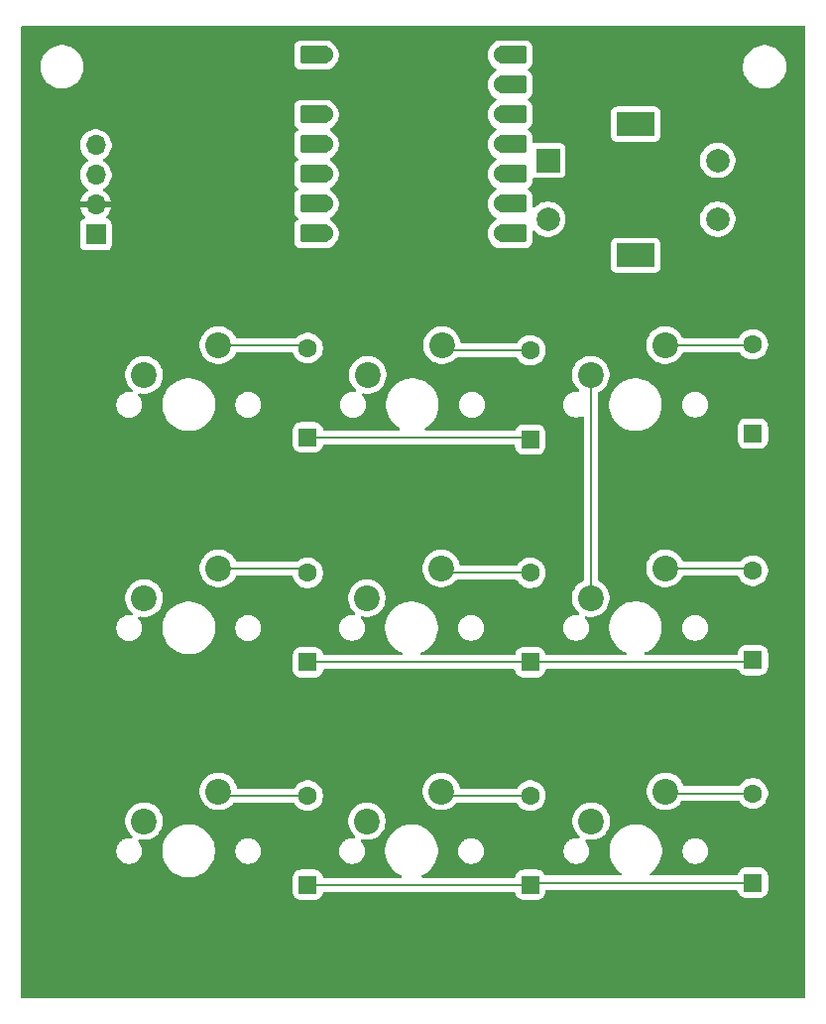
<source format=gbr>
%TF.GenerationSoftware,KiCad,Pcbnew,9.0.7*%
%TF.CreationDate,2026-02-06T20:11:41-05:00*%
%TF.ProjectId,Keypad,4b657970-6164-42e6-9b69-6361645f7063,rev?*%
%TF.SameCoordinates,Original*%
%TF.FileFunction,Copper,L2,Bot*%
%TF.FilePolarity,Positive*%
%FSLAX46Y46*%
G04 Gerber Fmt 4.6, Leading zero omitted, Abs format (unit mm)*
G04 Created by KiCad (PCBNEW 9.0.7) date 2026-02-06 20:11:41*
%MOMM*%
%LPD*%
G01*
G04 APERTURE LIST*
G04 Aperture macros list*
%AMRoundRect*
0 Rectangle with rounded corners*
0 $1 Rounding radius*
0 $2 $3 $4 $5 $6 $7 $8 $9 X,Y pos of 4 corners*
0 Add a 4 corners polygon primitive as box body*
4,1,4,$2,$3,$4,$5,$6,$7,$8,$9,$2,$3,0*
0 Add four circle primitives for the rounded corners*
1,1,$1+$1,$2,$3*
1,1,$1+$1,$4,$5*
1,1,$1+$1,$6,$7*
1,1,$1+$1,$8,$9*
0 Add four rect primitives between the rounded corners*
20,1,$1+$1,$2,$3,$4,$5,0*
20,1,$1+$1,$4,$5,$6,$7,0*
20,1,$1+$1,$6,$7,$8,$9,0*
20,1,$1+$1,$8,$9,$2,$3,0*%
G04 Aperture macros list end*
%TA.AperFunction,ComponentPad*%
%ADD10C,2.200000*%
%TD*%
%TA.AperFunction,ComponentPad*%
%ADD11R,2.000000X2.000000*%
%TD*%
%TA.AperFunction,ComponentPad*%
%ADD12C,2.000000*%
%TD*%
%TA.AperFunction,ComponentPad*%
%ADD13R,3.200000X2.000000*%
%TD*%
%TA.AperFunction,ComponentPad*%
%ADD14RoundRect,0.250000X0.550000X-0.550000X0.550000X0.550000X-0.550000X0.550000X-0.550000X-0.550000X0*%
%TD*%
%TA.AperFunction,ComponentPad*%
%ADD15C,1.600000*%
%TD*%
%TA.AperFunction,ComponentPad*%
%ADD16R,1.700000X1.700000*%
%TD*%
%TA.AperFunction,ComponentPad*%
%ADD17O,1.700000X1.700000*%
%TD*%
%TA.AperFunction,SMDPad,CuDef*%
%ADD18RoundRect,0.152400X-1.063600X-0.609600X1.063600X-0.609600X1.063600X0.609600X-1.063600X0.609600X0*%
%TD*%
%TA.AperFunction,ComponentPad*%
%ADD19C,1.524000*%
%TD*%
%TA.AperFunction,SMDPad,CuDef*%
%ADD20RoundRect,0.152400X1.063600X0.609600X-1.063600X0.609600X-1.063600X-0.609600X1.063600X-0.609600X0*%
%TD*%
%TA.AperFunction,ViaPad*%
%ADD21C,0.600000*%
%TD*%
%TA.AperFunction,Conductor*%
%ADD22C,0.200000*%
%TD*%
G04 APERTURE END LIST*
D10*
%TO.P,SW5,1,1*%
%TO.N,Net-(D5-A)*%
X148400000Y-96800000D03*
%TO.P,SW5,2,2*%
%TO.N,Net-(U1-GPIO2{slash}SCK)*%
X142050000Y-99340000D03*
%TD*%
%TO.P,SW4,1,1*%
%TO.N,Net-(D4-A)*%
X148470000Y-77760000D03*
%TO.P,SW4,2,2*%
%TO.N,Net-(U1-GPIO2{slash}SCK)*%
X142120000Y-80300000D03*
%TD*%
%TO.P,SW3,1,1*%
%TO.N,Net-(D3-A)*%
X129370000Y-115830000D03*
%TO.P,SW3,2,2*%
%TO.N,Net-(U1-GPIO3{slash}MOSI)*%
X123020000Y-118370000D03*
%TD*%
D11*
%TO.P,SW0,A,A*%
%TO.N,Net-(U1-GPIO29{slash}ADC3{slash}A3)*%
X157500000Y-62000000D03*
D12*
%TO.P,SW0,B,B*%
%TO.N,Net-(U1-GPIO28{slash}ADC2{slash}A2)*%
X157500000Y-67000000D03*
%TO.P,SW0,C,C*%
%TO.N,GND*%
X157500000Y-64500000D03*
D13*
%TO.P,SW0,MP*%
%TO.N,N/C*%
X165000000Y-58900000D03*
X165000000Y-70100000D03*
D12*
%TO.P,SW0,S1,S1*%
%TO.N,unconnected-(SW0-PadS1)*%
X172000000Y-67000000D03*
%TO.P,SW0,S2,S2*%
%TO.N,unconnected-(SW0-PadS2)*%
X172000000Y-62000000D03*
%TD*%
D14*
%TO.P,D3,1,K*%
%TO.N,Net-(D3-K)*%
X137000000Y-123810000D03*
D15*
%TO.P,D3,2,A*%
%TO.N,Net-(D3-A)*%
X137000000Y-116190000D03*
%TD*%
D10*
%TO.P,SW1,1,1*%
%TO.N,Net-(D1-A)*%
X129380000Y-77760000D03*
%TO.P,SW1,2,2*%
%TO.N,Net-(U1-GPIO3{slash}MOSI)*%
X123030000Y-80300000D03*
%TD*%
D14*
%TO.P,D9,1,K*%
%TO.N,Net-(D3-K)*%
X175000000Y-123620000D03*
D15*
%TO.P,D9,2,A*%
%TO.N,Net-(D9-A)*%
X175000000Y-116000000D03*
%TD*%
D14*
%TO.P,D1,1,K*%
%TO.N,Net-(D1-K)*%
X137000000Y-85620000D03*
D15*
%TO.P,D1,2,A*%
%TO.N,Net-(D1-A)*%
X137000000Y-78000000D03*
%TD*%
D14*
%TO.P,D5,1,K*%
%TO.N,Net-(D2-K)*%
X156000000Y-104810000D03*
D15*
%TO.P,D5,2,A*%
%TO.N,Net-(D5-A)*%
X156000000Y-97190000D03*
%TD*%
D14*
%TO.P,D8,1,K*%
%TO.N,Net-(D2-K)*%
X175000000Y-104620000D03*
D15*
%TO.P,D8,2,A*%
%TO.N,Net-(D8-A)*%
X175000000Y-97000000D03*
%TD*%
D10*
%TO.P,SW9,1,1*%
%TO.N,Net-(D9-A)*%
X167550000Y-115830000D03*
%TO.P,SW9,2,2*%
%TO.N,Net-(U1-GPIO4{slash}MISO)*%
X161200000Y-118370000D03*
%TD*%
D16*
%TO.P,O1,1,Pin_1*%
%TO.N,3V3*%
X118900000Y-68310000D03*
D17*
%TO.P,O1,2,Pin_2*%
%TO.N,GND*%
X118900000Y-65770000D03*
%TO.P,O1,3,Pin_3*%
%TO.N,Net-(O1-Pin_3)*%
X118900000Y-63230000D03*
%TO.P,O1,4,Pin_4*%
%TO.N,Net-(O1-Pin_4)*%
X118900000Y-60690000D03*
%TD*%
D10*
%TO.P,SW8,1,1*%
%TO.N,Net-(D8-A)*%
X167520000Y-96790000D03*
%TO.P,SW8,2,2*%
%TO.N,Net-(U1-GPIO4{slash}MISO)*%
X161170000Y-99330000D03*
%TD*%
D14*
%TO.P,D2,1,K*%
%TO.N,Net-(D2-K)*%
X137000000Y-104810000D03*
D15*
%TO.P,D2,2,A*%
%TO.N,Net-(D2-A)*%
X137000000Y-97190000D03*
%TD*%
D14*
%TO.P,D7,1,K*%
%TO.N,Net-(D1-K)*%
X175000000Y-85300000D03*
D15*
%TO.P,D7,2,A*%
%TO.N,Net-(D7-A)*%
X175000000Y-77680000D03*
%TD*%
D14*
%TO.P,D4,1,K*%
%TO.N,Net-(D1-K)*%
X156000000Y-85810000D03*
D15*
%TO.P,D4,2,A*%
%TO.N,Net-(D4-A)*%
X156000000Y-78190000D03*
%TD*%
D10*
%TO.P,SW7,1,1*%
%TO.N,Net-(D7-A)*%
X167520000Y-77750000D03*
%TO.P,SW7,2,2*%
%TO.N,Net-(U1-GPIO4{slash}MISO)*%
X161170000Y-80290000D03*
%TD*%
D14*
%TO.P,D6,1,K*%
%TO.N,Net-(D3-K)*%
X156000000Y-123810000D03*
D15*
%TO.P,D6,2,A*%
%TO.N,Net-(D6-A)*%
X156000000Y-116190000D03*
%TD*%
D10*
%TO.P,SW6,1,1*%
%TO.N,Net-(D6-A)*%
X148400000Y-115830000D03*
%TO.P,SW6,2,2*%
%TO.N,Net-(U1-GPIO2{slash}SCK)*%
X142050000Y-118370000D03*
%TD*%
%TO.P,SW2,1,1*%
%TO.N,Net-(D2-A)*%
X129380000Y-96810000D03*
%TO.P,SW2,2,2*%
%TO.N,Net-(U1-GPIO3{slash}MOSI)*%
X123030000Y-99350000D03*
%TD*%
D18*
%TO.P,U1,1,GPIO26/ADC0/A0*%
%TO.N,Net-(D3-K)*%
X154455000Y-53000000D03*
D19*
X153620000Y-53000000D03*
D18*
%TO.P,U1,2,GPIO27/ADC1/A1*%
%TO.N,Net-(D2-K)*%
X154455000Y-55540000D03*
D19*
X153620000Y-55540000D03*
D18*
%TO.P,U1,3,GPIO28/ADC2/A2*%
%TO.N,Net-(U1-GPIO28{slash}ADC2{slash}A2)*%
X154455000Y-58080000D03*
D19*
X153620000Y-58080000D03*
D18*
%TO.P,U1,4,GPIO29/ADC3/A3*%
%TO.N,Net-(U1-GPIO29{slash}ADC3{slash}A3)*%
X154455000Y-60620000D03*
D19*
X153620000Y-60620000D03*
D18*
%TO.P,U1,5,GPIO6/SDA*%
%TO.N,Net-(O1-Pin_4)*%
X154455000Y-63160000D03*
D19*
X153620000Y-63160000D03*
D18*
%TO.P,U1,6,GPIO7/SCL*%
%TO.N,Net-(O1-Pin_3)*%
X154455000Y-65700000D03*
D19*
X153620000Y-65700000D03*
D18*
%TO.P,U1,7,GPIO0/TX*%
%TO.N,Net-(D1-K)*%
X154455000Y-68240000D03*
D19*
X153620000Y-68240000D03*
%TO.P,U1,8,GPIO1/RX*%
%TO.N,Net-(LED1-DIN)*%
X138380000Y-68240000D03*
D20*
X137545000Y-68240000D03*
D19*
%TO.P,U1,9,GPIO2/SCK*%
%TO.N,Net-(U1-GPIO2{slash}SCK)*%
X138380000Y-65700000D03*
D20*
X137545000Y-65700000D03*
D19*
%TO.P,U1,10,GPIO4/MISO*%
%TO.N,Net-(U1-GPIO4{slash}MISO)*%
X138380000Y-63160000D03*
D20*
X137545000Y-63160000D03*
D19*
%TO.P,U1,11,GPIO3/MOSI*%
%TO.N,Net-(U1-GPIO3{slash}MOSI)*%
X138380000Y-60620000D03*
D20*
X137545000Y-60620000D03*
D19*
%TO.P,U1,12,3V3*%
%TO.N,3V3*%
X138380000Y-58080000D03*
D20*
X137545000Y-58080000D03*
D19*
%TO.P,U1,13,GND*%
%TO.N,GND*%
X138380000Y-55540000D03*
D20*
X137545000Y-55540000D03*
D19*
%TO.P,U1,14,VBUS*%
%TO.N,+5V*%
X138380000Y-53000000D03*
D20*
X137545000Y-53000000D03*
%TD*%
D21*
%TO.N,GND*%
X169000000Y-129000000D03*
X142000000Y-130000000D03*
X131000000Y-110000000D03*
X131000000Y-129000000D03*
X144000000Y-114000000D03*
X169000000Y-110000000D03*
X169000000Y-91000000D03*
X144000000Y-94000000D03*
X132000000Y-91000000D03*
%TD*%
D22*
%TO.N,Net-(U1-GPIO4{slash}MISO)*%
X161170000Y-80290000D02*
X161170000Y-99330000D01*
%TO.N,Net-(D1-K)*%
X137000000Y-85620000D02*
X155810000Y-85620000D01*
X155810000Y-85620000D02*
X156000000Y-85810000D01*
%TO.N,Net-(D1-A)*%
X129380000Y-77760000D02*
X136760000Y-77760000D01*
X136760000Y-77760000D02*
X137000000Y-78000000D01*
%TO.N,Net-(D2-A)*%
X129380000Y-96810000D02*
X136620000Y-96810000D01*
X136620000Y-96810000D02*
X137000000Y-97190000D01*
%TO.N,Net-(D3-A)*%
X129730000Y-116190000D02*
X129370000Y-115830000D01*
X137000000Y-116190000D02*
X129730000Y-116190000D01*
%TO.N,Net-(D5-A)*%
X156000000Y-97190000D02*
X148790000Y-97190000D01*
X148790000Y-97190000D02*
X148400000Y-96800000D01*
%TO.N,Net-(D6-A)*%
X148760000Y-116190000D02*
X148400000Y-115830000D01*
X156000000Y-116190000D02*
X148760000Y-116190000D01*
%TO.N,Net-(D7-A)*%
X174930000Y-77750000D02*
X175000000Y-77680000D01*
X167520000Y-77750000D02*
X174930000Y-77750000D01*
%TO.N,Net-(D9-A)*%
X175000000Y-116000000D02*
X167720000Y-116000000D01*
X167720000Y-116000000D02*
X167550000Y-115830000D01*
%TO.N,Net-(D2-K)*%
X137000000Y-104810000D02*
X156000000Y-104810000D01*
X156000000Y-104810000D02*
X174810000Y-104810000D01*
X174810000Y-104810000D02*
X175000000Y-104620000D01*
%TO.N,Net-(D4-A)*%
X148900000Y-78190000D02*
X148470000Y-77760000D01*
X156000000Y-78190000D02*
X148900000Y-78190000D01*
%TO.N,Net-(D8-A)*%
X174790000Y-96790000D02*
X175000000Y-97000000D01*
X167520000Y-96790000D02*
X174790000Y-96790000D01*
%TO.N,Net-(D3-K)*%
X156190000Y-123810000D02*
X156380000Y-123620000D01*
X137000000Y-123810000D02*
X156000000Y-123810000D01*
X156380000Y-123620000D02*
X175000000Y-123620000D01*
X156000000Y-123810000D02*
X156190000Y-123810000D01*
%TD*%
%TA.AperFunction,Conductor*%
%TO.N,GND*%
G36*
X179442539Y-50520185D02*
G01*
X179488294Y-50572989D01*
X179499500Y-50624500D01*
X179499500Y-133375500D01*
X179479815Y-133442539D01*
X179427011Y-133488294D01*
X179375500Y-133499500D01*
X112624500Y-133499500D01*
X112557461Y-133479815D01*
X112511706Y-133427011D01*
X112500500Y-133375500D01*
X112500500Y-123209983D01*
X135699500Y-123209983D01*
X135699500Y-124410001D01*
X135699501Y-124410018D01*
X135710000Y-124512796D01*
X135710001Y-124512799D01*
X135751707Y-124638657D01*
X135765186Y-124679334D01*
X135857288Y-124828656D01*
X135981344Y-124952712D01*
X136130666Y-125044814D01*
X136297203Y-125099999D01*
X136399991Y-125110500D01*
X137600008Y-125110499D01*
X137702797Y-125099999D01*
X137869334Y-125044814D01*
X138018656Y-124952712D01*
X138142712Y-124828656D01*
X138234814Y-124679334D01*
X138289999Y-124512797D01*
X138290000Y-124512792D01*
X138290912Y-124508533D01*
X138324199Y-124447102D01*
X138385414Y-124413419D01*
X138412163Y-124410500D01*
X154587837Y-124410500D01*
X154654876Y-124430185D01*
X154700631Y-124482989D01*
X154709089Y-124508541D01*
X154709999Y-124512792D01*
X154751707Y-124638656D01*
X154765186Y-124679334D01*
X154857288Y-124828656D01*
X154981344Y-124952712D01*
X155130666Y-125044814D01*
X155297203Y-125099999D01*
X155399991Y-125110500D01*
X156600008Y-125110499D01*
X156702797Y-125099999D01*
X156869334Y-125044814D01*
X157018656Y-124952712D01*
X157142712Y-124828656D01*
X157234814Y-124679334D01*
X157289999Y-124512797D01*
X157300500Y-124410009D01*
X157300500Y-124344500D01*
X157320185Y-124277461D01*
X157372989Y-124231706D01*
X157424500Y-124220500D01*
X173587837Y-124220500D01*
X173654876Y-124240185D01*
X173700631Y-124292989D01*
X173709089Y-124318541D01*
X173709999Y-124322792D01*
X173738903Y-124410018D01*
X173765186Y-124489334D01*
X173857288Y-124638656D01*
X173981344Y-124762712D01*
X174130666Y-124854814D01*
X174297203Y-124909999D01*
X174399991Y-124920500D01*
X175600008Y-124920499D01*
X175702797Y-124909999D01*
X175869334Y-124854814D01*
X176018656Y-124762712D01*
X176142712Y-124638656D01*
X176234814Y-124489334D01*
X176289999Y-124322797D01*
X176300500Y-124220009D01*
X176300499Y-123019992D01*
X176289999Y-122917203D01*
X176234814Y-122750666D01*
X176142712Y-122601344D01*
X176018656Y-122477288D01*
X175869334Y-122385186D01*
X175702797Y-122330001D01*
X175702795Y-122330000D01*
X175600010Y-122319500D01*
X174399998Y-122319500D01*
X174399981Y-122319501D01*
X174297203Y-122330000D01*
X174297200Y-122330001D01*
X174130668Y-122385185D01*
X174130663Y-122385187D01*
X173981342Y-122477289D01*
X173857289Y-122601342D01*
X173765187Y-122750663D01*
X173765185Y-122750668D01*
X173710000Y-122917204D01*
X173709088Y-122921467D01*
X173675801Y-122982898D01*
X173614586Y-123016581D01*
X173587837Y-123019500D01*
X166320015Y-123019500D01*
X166252976Y-122999815D01*
X166207221Y-122947011D01*
X166197277Y-122877853D01*
X166226302Y-122814297D01*
X166258015Y-122788113D01*
X166259998Y-122786967D01*
X166262994Y-122785238D01*
X166497042Y-122605646D01*
X166705646Y-122397042D01*
X166885238Y-122162994D01*
X167032743Y-121907507D01*
X167145639Y-121634952D01*
X167221993Y-121349993D01*
X167260500Y-121057506D01*
X167260500Y-120823389D01*
X168989500Y-120823389D01*
X168989500Y-120996611D01*
X169016598Y-121167701D01*
X169070127Y-121332445D01*
X169148768Y-121486788D01*
X169250586Y-121626928D01*
X169373072Y-121749414D01*
X169513212Y-121851232D01*
X169667555Y-121929873D01*
X169832299Y-121983402D01*
X170003389Y-122010500D01*
X170003390Y-122010500D01*
X170176610Y-122010500D01*
X170176611Y-122010500D01*
X170347701Y-121983402D01*
X170512445Y-121929873D01*
X170666788Y-121851232D01*
X170806928Y-121749414D01*
X170929414Y-121626928D01*
X171031232Y-121486788D01*
X171109873Y-121332445D01*
X171163402Y-121167701D01*
X171190500Y-120996611D01*
X171190500Y-120823389D01*
X171163402Y-120652299D01*
X171109873Y-120487555D01*
X171031232Y-120333212D01*
X170929414Y-120193072D01*
X170806928Y-120070586D01*
X170666788Y-119968768D01*
X170512445Y-119890127D01*
X170347701Y-119836598D01*
X170347699Y-119836597D01*
X170347698Y-119836597D01*
X170216271Y-119815781D01*
X170176611Y-119809500D01*
X170003389Y-119809500D01*
X169963728Y-119815781D01*
X169832302Y-119836597D01*
X169667552Y-119890128D01*
X169513211Y-119968768D01*
X169456289Y-120010125D01*
X169373072Y-120070586D01*
X169373070Y-120070588D01*
X169373069Y-120070588D01*
X169250588Y-120193069D01*
X169250588Y-120193070D01*
X169250586Y-120193072D01*
X169206859Y-120253256D01*
X169148768Y-120333211D01*
X169070128Y-120487552D01*
X169016597Y-120652302D01*
X168989500Y-120823389D01*
X167260500Y-120823389D01*
X167260500Y-120762494D01*
X167221993Y-120470007D01*
X167145639Y-120185048D01*
X167032743Y-119912493D01*
X166977309Y-119816479D01*
X166885238Y-119657006D01*
X166705647Y-119422959D01*
X166705641Y-119422952D01*
X166497047Y-119214358D01*
X166497040Y-119214352D01*
X166262993Y-119034761D01*
X166007510Y-118887258D01*
X166007500Y-118887254D01*
X165734961Y-118774364D01*
X165734954Y-118774362D01*
X165734952Y-118774361D01*
X165449993Y-118698007D01*
X165401113Y-118691571D01*
X165157513Y-118659500D01*
X165157506Y-118659500D01*
X164862494Y-118659500D01*
X164862486Y-118659500D01*
X164584085Y-118696153D01*
X164570007Y-118698007D01*
X164395428Y-118744785D01*
X164285048Y-118774361D01*
X164285038Y-118774364D01*
X164012499Y-118887254D01*
X164012489Y-118887258D01*
X163757006Y-119034761D01*
X163522959Y-119214352D01*
X163522952Y-119214358D01*
X163314358Y-119422952D01*
X163314352Y-119422959D01*
X163134761Y-119657006D01*
X162987258Y-119912489D01*
X162987254Y-119912499D01*
X162874364Y-120185038D01*
X162874361Y-120185048D01*
X162798008Y-120470004D01*
X162798006Y-120470015D01*
X162759500Y-120762486D01*
X162759500Y-121057513D01*
X162791571Y-121301113D01*
X162798007Y-121349993D01*
X162872212Y-121626930D01*
X162874361Y-121634951D01*
X162874364Y-121634961D01*
X162987254Y-121907500D01*
X162987258Y-121907510D01*
X163134761Y-122162993D01*
X163314352Y-122397040D01*
X163314358Y-122397047D01*
X163522952Y-122605641D01*
X163522959Y-122605647D01*
X163757006Y-122785238D01*
X163761985Y-122788113D01*
X163810201Y-122838680D01*
X163823424Y-122907287D01*
X163797456Y-122972152D01*
X163740542Y-123012680D01*
X163699985Y-123019500D01*
X157350478Y-123019500D01*
X157283439Y-122999815D01*
X157237684Y-122947011D01*
X157237213Y-122945813D01*
X157234815Y-122940670D01*
X157234814Y-122940666D01*
X157142712Y-122791344D01*
X157018656Y-122667288D01*
X156869334Y-122575186D01*
X156702797Y-122520001D01*
X156702795Y-122520000D01*
X156600010Y-122509500D01*
X155399998Y-122509500D01*
X155399981Y-122509501D01*
X155297203Y-122520000D01*
X155297200Y-122520001D01*
X155130668Y-122575185D01*
X155130663Y-122575187D01*
X154981342Y-122667289D01*
X154857289Y-122791342D01*
X154765187Y-122940663D01*
X154765185Y-122940668D01*
X154710000Y-123107204D01*
X154709088Y-123111467D01*
X154675801Y-123172898D01*
X154614586Y-123206581D01*
X154587837Y-123209500D01*
X146812747Y-123209500D01*
X146745708Y-123189815D01*
X146699953Y-123137011D01*
X146690009Y-123067853D01*
X146719034Y-123004297D01*
X146765294Y-122970939D01*
X146775919Y-122966537D01*
X146857507Y-122932743D01*
X147112994Y-122785238D01*
X147347042Y-122605646D01*
X147555646Y-122397042D01*
X147735238Y-122162994D01*
X147882743Y-121907507D01*
X147995639Y-121634952D01*
X148071993Y-121349993D01*
X148110500Y-121057506D01*
X148110500Y-120823389D01*
X149839500Y-120823389D01*
X149839500Y-120996611D01*
X149866598Y-121167701D01*
X149920127Y-121332445D01*
X149998768Y-121486788D01*
X150100586Y-121626928D01*
X150223072Y-121749414D01*
X150363212Y-121851232D01*
X150517555Y-121929873D01*
X150682299Y-121983402D01*
X150853389Y-122010500D01*
X150853390Y-122010500D01*
X151026610Y-122010500D01*
X151026611Y-122010500D01*
X151197701Y-121983402D01*
X151362445Y-121929873D01*
X151516788Y-121851232D01*
X151656928Y-121749414D01*
X151779414Y-121626928D01*
X151881232Y-121486788D01*
X151959873Y-121332445D01*
X152013402Y-121167701D01*
X152040500Y-120996611D01*
X152040500Y-120823389D01*
X158829500Y-120823389D01*
X158829500Y-120996611D01*
X158856598Y-121167701D01*
X158910127Y-121332445D01*
X158988768Y-121486788D01*
X159090586Y-121626928D01*
X159213072Y-121749414D01*
X159353212Y-121851232D01*
X159507555Y-121929873D01*
X159672299Y-121983402D01*
X159843389Y-122010500D01*
X159843390Y-122010500D01*
X160016610Y-122010500D01*
X160016611Y-122010500D01*
X160187701Y-121983402D01*
X160352445Y-121929873D01*
X160506788Y-121851232D01*
X160646928Y-121749414D01*
X160769414Y-121626928D01*
X160871232Y-121486788D01*
X160949873Y-121332445D01*
X161003402Y-121167701D01*
X161030500Y-120996611D01*
X161030500Y-120823389D01*
X161003402Y-120652299D01*
X160949873Y-120487555D01*
X160871232Y-120333212D01*
X160769414Y-120193072D01*
X160717482Y-120141140D01*
X160683997Y-120079817D01*
X160688981Y-120010125D01*
X160730853Y-119954192D01*
X160796317Y-119929775D01*
X160824561Y-119930986D01*
X160825212Y-119931089D01*
X160825215Y-119931090D01*
X161074038Y-119970500D01*
X161074039Y-119970500D01*
X161325961Y-119970500D01*
X161325962Y-119970500D01*
X161574785Y-119931090D01*
X161814379Y-119853241D01*
X162038845Y-119738870D01*
X162242656Y-119590793D01*
X162420793Y-119412656D01*
X162568870Y-119208845D01*
X162683241Y-118984379D01*
X162761090Y-118744785D01*
X162800500Y-118495962D01*
X162800500Y-118244038D01*
X162761090Y-117995215D01*
X162683241Y-117755621D01*
X162683239Y-117755618D01*
X162683239Y-117755616D01*
X162641747Y-117674184D01*
X162568870Y-117531155D01*
X162549952Y-117505117D01*
X162420798Y-117327350D01*
X162420794Y-117327345D01*
X162242654Y-117149205D01*
X162242649Y-117149201D01*
X162038848Y-117001132D01*
X162038847Y-117001131D01*
X162038845Y-117001130D01*
X161968747Y-116965413D01*
X161814383Y-116886760D01*
X161574785Y-116808910D01*
X161511894Y-116798949D01*
X161325962Y-116769500D01*
X161074038Y-116769500D01*
X160949626Y-116789205D01*
X160825214Y-116808910D01*
X160585616Y-116886760D01*
X160361151Y-117001132D01*
X160157350Y-117149201D01*
X160157345Y-117149205D01*
X159979205Y-117327345D01*
X159979201Y-117327350D01*
X159831132Y-117531151D01*
X159716760Y-117755616D01*
X159638910Y-117995214D01*
X159599500Y-118244038D01*
X159599500Y-118495961D01*
X159638910Y-118744785D01*
X159716760Y-118984383D01*
X159831132Y-119208848D01*
X159979201Y-119412649D01*
X159979205Y-119412654D01*
X159979207Y-119412656D01*
X160157344Y-119590793D01*
X160157345Y-119590794D01*
X160157344Y-119590794D01*
X160163661Y-119595383D01*
X160206327Y-119650714D01*
X160212305Y-119720327D01*
X160179699Y-119782122D01*
X160118860Y-119816479D01*
X160071378Y-119818174D01*
X160016611Y-119809500D01*
X159843389Y-119809500D01*
X159803728Y-119815781D01*
X159672302Y-119836597D01*
X159507552Y-119890128D01*
X159353211Y-119968768D01*
X159296289Y-120010125D01*
X159213072Y-120070586D01*
X159213070Y-120070588D01*
X159213069Y-120070588D01*
X159090588Y-120193069D01*
X159090588Y-120193070D01*
X159090586Y-120193072D01*
X159046859Y-120253256D01*
X158988768Y-120333211D01*
X158910128Y-120487552D01*
X158856597Y-120652302D01*
X158829500Y-120823389D01*
X152040500Y-120823389D01*
X152013402Y-120652299D01*
X151959873Y-120487555D01*
X151881232Y-120333212D01*
X151779414Y-120193072D01*
X151656928Y-120070586D01*
X151516788Y-119968768D01*
X151362445Y-119890127D01*
X151197701Y-119836598D01*
X151197699Y-119836597D01*
X151197698Y-119836597D01*
X151066271Y-119815781D01*
X151026611Y-119809500D01*
X150853389Y-119809500D01*
X150813728Y-119815781D01*
X150682302Y-119836597D01*
X150517552Y-119890128D01*
X150363211Y-119968768D01*
X150306289Y-120010125D01*
X150223072Y-120070586D01*
X150223070Y-120070588D01*
X150223069Y-120070588D01*
X150100588Y-120193069D01*
X150100588Y-120193070D01*
X150100586Y-120193072D01*
X150056859Y-120253256D01*
X149998768Y-120333211D01*
X149920128Y-120487552D01*
X149866597Y-120652302D01*
X149839500Y-120823389D01*
X148110500Y-120823389D01*
X148110500Y-120762494D01*
X148071993Y-120470007D01*
X147995639Y-120185048D01*
X147882743Y-119912493D01*
X147827309Y-119816479D01*
X147735238Y-119657006D01*
X147555647Y-119422959D01*
X147555641Y-119422952D01*
X147347047Y-119214358D01*
X147347040Y-119214352D01*
X147112993Y-119034761D01*
X146857510Y-118887258D01*
X146857500Y-118887254D01*
X146584961Y-118774364D01*
X146584954Y-118774362D01*
X146584952Y-118774361D01*
X146299993Y-118698007D01*
X146251113Y-118691571D01*
X146007513Y-118659500D01*
X146007506Y-118659500D01*
X145712494Y-118659500D01*
X145712486Y-118659500D01*
X145434085Y-118696153D01*
X145420007Y-118698007D01*
X145245428Y-118744785D01*
X145135048Y-118774361D01*
X145135038Y-118774364D01*
X144862499Y-118887254D01*
X144862489Y-118887258D01*
X144607006Y-119034761D01*
X144372959Y-119214352D01*
X144372952Y-119214358D01*
X144164358Y-119422952D01*
X144164352Y-119422959D01*
X143984761Y-119657006D01*
X143837258Y-119912489D01*
X143837254Y-119912499D01*
X143724364Y-120185038D01*
X143724361Y-120185048D01*
X143648008Y-120470004D01*
X143648006Y-120470015D01*
X143609500Y-120762486D01*
X143609500Y-121057513D01*
X143641571Y-121301113D01*
X143648007Y-121349993D01*
X143722212Y-121626930D01*
X143724361Y-121634951D01*
X143724364Y-121634961D01*
X143837254Y-121907500D01*
X143837258Y-121907510D01*
X143984761Y-122162993D01*
X144164352Y-122397040D01*
X144164358Y-122397047D01*
X144372952Y-122605641D01*
X144372959Y-122605647D01*
X144607006Y-122785238D01*
X144862489Y-122932741D01*
X144862490Y-122932741D01*
X144862493Y-122932743D01*
X144936774Y-122963511D01*
X144954706Y-122970939D01*
X145009109Y-123014780D01*
X145031174Y-123081074D01*
X145013895Y-123148773D01*
X144962758Y-123196384D01*
X144907253Y-123209500D01*
X138412163Y-123209500D01*
X138345124Y-123189815D01*
X138299369Y-123137011D01*
X138290911Y-123111459D01*
X138290000Y-123107207D01*
X138283324Y-123087059D01*
X138234814Y-122940666D01*
X138142712Y-122791344D01*
X138018656Y-122667288D01*
X137869334Y-122575186D01*
X137702797Y-122520001D01*
X137702795Y-122520000D01*
X137600010Y-122509500D01*
X136399998Y-122509500D01*
X136399981Y-122509501D01*
X136297203Y-122520000D01*
X136297200Y-122520001D01*
X136130668Y-122575185D01*
X136130663Y-122575187D01*
X135981342Y-122667289D01*
X135857289Y-122791342D01*
X135765187Y-122940663D01*
X135765185Y-122940668D01*
X135751192Y-122982898D01*
X135710001Y-123107203D01*
X135710001Y-123107204D01*
X135710000Y-123107204D01*
X135699500Y-123209983D01*
X112500500Y-123209983D01*
X112500500Y-120823389D01*
X120649500Y-120823389D01*
X120649500Y-120996611D01*
X120676598Y-121167701D01*
X120730127Y-121332445D01*
X120808768Y-121486788D01*
X120910586Y-121626928D01*
X121033072Y-121749414D01*
X121173212Y-121851232D01*
X121327555Y-121929873D01*
X121492299Y-121983402D01*
X121663389Y-122010500D01*
X121663390Y-122010500D01*
X121836610Y-122010500D01*
X121836611Y-122010500D01*
X122007701Y-121983402D01*
X122172445Y-121929873D01*
X122326788Y-121851232D01*
X122466928Y-121749414D01*
X122589414Y-121626928D01*
X122691232Y-121486788D01*
X122769873Y-121332445D01*
X122823402Y-121167701D01*
X122850500Y-120996611D01*
X122850500Y-120823389D01*
X122840854Y-120762486D01*
X124579500Y-120762486D01*
X124579500Y-121057513D01*
X124611571Y-121301113D01*
X124618007Y-121349993D01*
X124692212Y-121626930D01*
X124694361Y-121634951D01*
X124694364Y-121634961D01*
X124807254Y-121907500D01*
X124807258Y-121907510D01*
X124954761Y-122162993D01*
X125134352Y-122397040D01*
X125134358Y-122397047D01*
X125342952Y-122605641D01*
X125342959Y-122605647D01*
X125577006Y-122785238D01*
X125832489Y-122932741D01*
X125832490Y-122932741D01*
X125832493Y-122932743D01*
X126105048Y-123045639D01*
X126390007Y-123121993D01*
X126682494Y-123160500D01*
X126682501Y-123160500D01*
X126977499Y-123160500D01*
X126977506Y-123160500D01*
X127269993Y-123121993D01*
X127554952Y-123045639D01*
X127827507Y-122932743D01*
X128082994Y-122785238D01*
X128317042Y-122605646D01*
X128525646Y-122397042D01*
X128705238Y-122162994D01*
X128852743Y-121907507D01*
X128965639Y-121634952D01*
X129041993Y-121349993D01*
X129080500Y-121057506D01*
X129080500Y-120823389D01*
X130809500Y-120823389D01*
X130809500Y-120996611D01*
X130836598Y-121167701D01*
X130890127Y-121332445D01*
X130968768Y-121486788D01*
X131070586Y-121626928D01*
X131193072Y-121749414D01*
X131333212Y-121851232D01*
X131487555Y-121929873D01*
X131652299Y-121983402D01*
X131823389Y-122010500D01*
X131823390Y-122010500D01*
X131996610Y-122010500D01*
X131996611Y-122010500D01*
X132167701Y-121983402D01*
X132332445Y-121929873D01*
X132486788Y-121851232D01*
X132626928Y-121749414D01*
X132749414Y-121626928D01*
X132851232Y-121486788D01*
X132929873Y-121332445D01*
X132983402Y-121167701D01*
X133010500Y-120996611D01*
X133010500Y-120823389D01*
X139679500Y-120823389D01*
X139679500Y-120996611D01*
X139706598Y-121167701D01*
X139760127Y-121332445D01*
X139838768Y-121486788D01*
X139940586Y-121626928D01*
X140063072Y-121749414D01*
X140203212Y-121851232D01*
X140357555Y-121929873D01*
X140522299Y-121983402D01*
X140693389Y-122010500D01*
X140693390Y-122010500D01*
X140866610Y-122010500D01*
X140866611Y-122010500D01*
X141037701Y-121983402D01*
X141202445Y-121929873D01*
X141356788Y-121851232D01*
X141496928Y-121749414D01*
X141619414Y-121626928D01*
X141721232Y-121486788D01*
X141799873Y-121332445D01*
X141853402Y-121167701D01*
X141880500Y-120996611D01*
X141880500Y-120823389D01*
X141853402Y-120652299D01*
X141799873Y-120487555D01*
X141721232Y-120333212D01*
X141619414Y-120193072D01*
X141567482Y-120141140D01*
X141533997Y-120079817D01*
X141538981Y-120010125D01*
X141580853Y-119954192D01*
X141646317Y-119929775D01*
X141674561Y-119930986D01*
X141675212Y-119931089D01*
X141675215Y-119931090D01*
X141924038Y-119970500D01*
X141924039Y-119970500D01*
X142175961Y-119970500D01*
X142175962Y-119970500D01*
X142424785Y-119931090D01*
X142664379Y-119853241D01*
X142888845Y-119738870D01*
X143092656Y-119590793D01*
X143270793Y-119412656D01*
X143418870Y-119208845D01*
X143533241Y-118984379D01*
X143611090Y-118744785D01*
X143650500Y-118495962D01*
X143650500Y-118244038D01*
X143611090Y-117995215D01*
X143533241Y-117755621D01*
X143533239Y-117755618D01*
X143533239Y-117755616D01*
X143491747Y-117674184D01*
X143418870Y-117531155D01*
X143399952Y-117505117D01*
X143270798Y-117327350D01*
X143270794Y-117327345D01*
X143092654Y-117149205D01*
X143092649Y-117149201D01*
X142888848Y-117001132D01*
X142888847Y-117001131D01*
X142888845Y-117001130D01*
X142818747Y-116965413D01*
X142664383Y-116886760D01*
X142424785Y-116808910D01*
X142361894Y-116798949D01*
X142175962Y-116769500D01*
X141924038Y-116769500D01*
X141799626Y-116789205D01*
X141675214Y-116808910D01*
X141435616Y-116886760D01*
X141211151Y-117001132D01*
X141007350Y-117149201D01*
X141007345Y-117149205D01*
X140829205Y-117327345D01*
X140829201Y-117327350D01*
X140681132Y-117531151D01*
X140566760Y-117755616D01*
X140488910Y-117995214D01*
X140449500Y-118244038D01*
X140449500Y-118495961D01*
X140488910Y-118744785D01*
X140566760Y-118984383D01*
X140681132Y-119208848D01*
X140829201Y-119412649D01*
X140829205Y-119412654D01*
X140829207Y-119412656D01*
X141007344Y-119590793D01*
X141007345Y-119590794D01*
X141007344Y-119590794D01*
X141013661Y-119595383D01*
X141056327Y-119650714D01*
X141062305Y-119720327D01*
X141029699Y-119782122D01*
X140968860Y-119816479D01*
X140921378Y-119818174D01*
X140866611Y-119809500D01*
X140693389Y-119809500D01*
X140653728Y-119815781D01*
X140522302Y-119836597D01*
X140357552Y-119890128D01*
X140203211Y-119968768D01*
X140146289Y-120010125D01*
X140063072Y-120070586D01*
X140063070Y-120070588D01*
X140063069Y-120070588D01*
X139940588Y-120193069D01*
X139940588Y-120193070D01*
X139940586Y-120193072D01*
X139896859Y-120253256D01*
X139838768Y-120333211D01*
X139760128Y-120487552D01*
X139706597Y-120652302D01*
X139679500Y-120823389D01*
X133010500Y-120823389D01*
X132983402Y-120652299D01*
X132929873Y-120487555D01*
X132851232Y-120333212D01*
X132749414Y-120193072D01*
X132626928Y-120070586D01*
X132486788Y-119968768D01*
X132332445Y-119890127D01*
X132167701Y-119836598D01*
X132167699Y-119836597D01*
X132167698Y-119836597D01*
X132036271Y-119815781D01*
X131996611Y-119809500D01*
X131823389Y-119809500D01*
X131783728Y-119815781D01*
X131652302Y-119836597D01*
X131487552Y-119890128D01*
X131333211Y-119968768D01*
X131276289Y-120010125D01*
X131193072Y-120070586D01*
X131193070Y-120070588D01*
X131193069Y-120070588D01*
X131070588Y-120193069D01*
X131070588Y-120193070D01*
X131070586Y-120193072D01*
X131026859Y-120253256D01*
X130968768Y-120333211D01*
X130890128Y-120487552D01*
X130836597Y-120652302D01*
X130809500Y-120823389D01*
X129080500Y-120823389D01*
X129080500Y-120762494D01*
X129041993Y-120470007D01*
X128965639Y-120185048D01*
X128852743Y-119912493D01*
X128797309Y-119816479D01*
X128705238Y-119657006D01*
X128525647Y-119422959D01*
X128525641Y-119422952D01*
X128317047Y-119214358D01*
X128317040Y-119214352D01*
X128082993Y-119034761D01*
X127827510Y-118887258D01*
X127827500Y-118887254D01*
X127554961Y-118774364D01*
X127554954Y-118774362D01*
X127554952Y-118774361D01*
X127269993Y-118698007D01*
X127221113Y-118691571D01*
X126977513Y-118659500D01*
X126977506Y-118659500D01*
X126682494Y-118659500D01*
X126682486Y-118659500D01*
X126404085Y-118696153D01*
X126390007Y-118698007D01*
X126215428Y-118744785D01*
X126105048Y-118774361D01*
X126105038Y-118774364D01*
X125832499Y-118887254D01*
X125832489Y-118887258D01*
X125577006Y-119034761D01*
X125342959Y-119214352D01*
X125342952Y-119214358D01*
X125134358Y-119422952D01*
X125134352Y-119422959D01*
X124954761Y-119657006D01*
X124807258Y-119912489D01*
X124807254Y-119912499D01*
X124694364Y-120185038D01*
X124694361Y-120185048D01*
X124618008Y-120470004D01*
X124618006Y-120470015D01*
X124579500Y-120762486D01*
X122840854Y-120762486D01*
X122823402Y-120652299D01*
X122769873Y-120487555D01*
X122691232Y-120333212D01*
X122589414Y-120193072D01*
X122537482Y-120141140D01*
X122503997Y-120079817D01*
X122508981Y-120010125D01*
X122550853Y-119954192D01*
X122616317Y-119929775D01*
X122644561Y-119930986D01*
X122645212Y-119931089D01*
X122645215Y-119931090D01*
X122894038Y-119970500D01*
X122894039Y-119970500D01*
X123145961Y-119970500D01*
X123145962Y-119970500D01*
X123394785Y-119931090D01*
X123634379Y-119853241D01*
X123858845Y-119738870D01*
X124062656Y-119590793D01*
X124240793Y-119412656D01*
X124388870Y-119208845D01*
X124503241Y-118984379D01*
X124581090Y-118744785D01*
X124620500Y-118495962D01*
X124620500Y-118244038D01*
X124581090Y-117995215D01*
X124503241Y-117755621D01*
X124503239Y-117755618D01*
X124503239Y-117755616D01*
X124461747Y-117674184D01*
X124388870Y-117531155D01*
X124369952Y-117505117D01*
X124240798Y-117327350D01*
X124240794Y-117327345D01*
X124062654Y-117149205D01*
X124062649Y-117149201D01*
X123858848Y-117001132D01*
X123858847Y-117001131D01*
X123858845Y-117001130D01*
X123788747Y-116965413D01*
X123634383Y-116886760D01*
X123394785Y-116808910D01*
X123331894Y-116798949D01*
X123145962Y-116769500D01*
X122894038Y-116769500D01*
X122769626Y-116789205D01*
X122645214Y-116808910D01*
X122405616Y-116886760D01*
X122181151Y-117001132D01*
X121977350Y-117149201D01*
X121977345Y-117149205D01*
X121799205Y-117327345D01*
X121799201Y-117327350D01*
X121651132Y-117531151D01*
X121536760Y-117755616D01*
X121458910Y-117995214D01*
X121419500Y-118244038D01*
X121419500Y-118495961D01*
X121458910Y-118744785D01*
X121536760Y-118984383D01*
X121651132Y-119208848D01*
X121799201Y-119412649D01*
X121799205Y-119412654D01*
X121799207Y-119412656D01*
X121977344Y-119590793D01*
X121977345Y-119590794D01*
X121977344Y-119590794D01*
X121983661Y-119595383D01*
X122026327Y-119650714D01*
X122032305Y-119720327D01*
X121999699Y-119782122D01*
X121938860Y-119816479D01*
X121891378Y-119818174D01*
X121836611Y-119809500D01*
X121663389Y-119809500D01*
X121623728Y-119815781D01*
X121492302Y-119836597D01*
X121327552Y-119890128D01*
X121173211Y-119968768D01*
X121116289Y-120010125D01*
X121033072Y-120070586D01*
X121033070Y-120070588D01*
X121033069Y-120070588D01*
X120910588Y-120193069D01*
X120910588Y-120193070D01*
X120910586Y-120193072D01*
X120866859Y-120253256D01*
X120808768Y-120333211D01*
X120730128Y-120487552D01*
X120676597Y-120652302D01*
X120649500Y-120823389D01*
X112500500Y-120823389D01*
X112500500Y-115704038D01*
X127769500Y-115704038D01*
X127769500Y-115955961D01*
X127808910Y-116204785D01*
X127886760Y-116444383D01*
X127912314Y-116494534D01*
X127999234Y-116665124D01*
X128001132Y-116668848D01*
X128149201Y-116872649D01*
X128149205Y-116872654D01*
X128327345Y-117050794D01*
X128327350Y-117050798D01*
X128505117Y-117179952D01*
X128531155Y-117198870D01*
X128667767Y-117268477D01*
X128755616Y-117313239D01*
X128755618Y-117313239D01*
X128755621Y-117313241D01*
X128995215Y-117391090D01*
X129244038Y-117430500D01*
X129244039Y-117430500D01*
X129495961Y-117430500D01*
X129495962Y-117430500D01*
X129744785Y-117391090D01*
X129984379Y-117313241D01*
X130208845Y-117198870D01*
X130412656Y-117050793D01*
X130590793Y-116872656D01*
X130613346Y-116841613D01*
X130668677Y-116798949D01*
X130713664Y-116790500D01*
X135770398Y-116790500D01*
X135837437Y-116810185D01*
X135880883Y-116858205D01*
X135887715Y-116871614D01*
X136008028Y-117037213D01*
X136152786Y-117181971D01*
X136271854Y-117268477D01*
X136318390Y-117302287D01*
X136434607Y-117361503D01*
X136500776Y-117395218D01*
X136500778Y-117395218D01*
X136500781Y-117395220D01*
X136605137Y-117429127D01*
X136695465Y-117458477D01*
X136796557Y-117474488D01*
X136897648Y-117490500D01*
X136897649Y-117490500D01*
X137102351Y-117490500D01*
X137102352Y-117490500D01*
X137304534Y-117458477D01*
X137499219Y-117395220D01*
X137681610Y-117302287D01*
X137774590Y-117234732D01*
X137847213Y-117181971D01*
X137847215Y-117181968D01*
X137847219Y-117181966D01*
X137991966Y-117037219D01*
X137991968Y-117037215D01*
X137991971Y-117037213D01*
X138044732Y-116964590D01*
X138112287Y-116871610D01*
X138205220Y-116689219D01*
X138268477Y-116494534D01*
X138300500Y-116292352D01*
X138300500Y-116087648D01*
X138268477Y-115885466D01*
X138268476Y-115885462D01*
X138268476Y-115885461D01*
X138220395Y-115737484D01*
X138209527Y-115704038D01*
X146799500Y-115704038D01*
X146799500Y-115955961D01*
X146838910Y-116204785D01*
X146916760Y-116444383D01*
X146942314Y-116494534D01*
X147029234Y-116665124D01*
X147031132Y-116668848D01*
X147179201Y-116872649D01*
X147179205Y-116872654D01*
X147357345Y-117050794D01*
X147357350Y-117050798D01*
X147535117Y-117179952D01*
X147561155Y-117198870D01*
X147697767Y-117268477D01*
X147785616Y-117313239D01*
X147785618Y-117313239D01*
X147785621Y-117313241D01*
X148025215Y-117391090D01*
X148274038Y-117430500D01*
X148274039Y-117430500D01*
X148525961Y-117430500D01*
X148525962Y-117430500D01*
X148774785Y-117391090D01*
X149014379Y-117313241D01*
X149238845Y-117198870D01*
X149442656Y-117050793D01*
X149620793Y-116872656D01*
X149643346Y-116841613D01*
X149698677Y-116798949D01*
X149743664Y-116790500D01*
X154770398Y-116790500D01*
X154837437Y-116810185D01*
X154880883Y-116858205D01*
X154887715Y-116871614D01*
X155008028Y-117037213D01*
X155152786Y-117181971D01*
X155271854Y-117268477D01*
X155318390Y-117302287D01*
X155434607Y-117361503D01*
X155500776Y-117395218D01*
X155500778Y-117395218D01*
X155500781Y-117395220D01*
X155605137Y-117429127D01*
X155695465Y-117458477D01*
X155796557Y-117474488D01*
X155897648Y-117490500D01*
X155897649Y-117490500D01*
X156102351Y-117490500D01*
X156102352Y-117490500D01*
X156304534Y-117458477D01*
X156499219Y-117395220D01*
X156681610Y-117302287D01*
X156774590Y-117234732D01*
X156847213Y-117181971D01*
X156847215Y-117181968D01*
X156847219Y-117181966D01*
X156991966Y-117037219D01*
X156991968Y-117037215D01*
X156991971Y-117037213D01*
X157044732Y-116964590D01*
X157112287Y-116871610D01*
X157205220Y-116689219D01*
X157268477Y-116494534D01*
X157300500Y-116292352D01*
X157300500Y-116087648D01*
X157268477Y-115885466D01*
X157268476Y-115885462D01*
X157268476Y-115885461D01*
X157220395Y-115737484D01*
X157209527Y-115704038D01*
X165949500Y-115704038D01*
X165949500Y-115955961D01*
X165988910Y-116204785D01*
X166066760Y-116444383D01*
X166092314Y-116494534D01*
X166179234Y-116665124D01*
X166181132Y-116668848D01*
X166329201Y-116872649D01*
X166329205Y-116872654D01*
X166507345Y-117050794D01*
X166507350Y-117050798D01*
X166685117Y-117179952D01*
X166711155Y-117198870D01*
X166847767Y-117268477D01*
X166935616Y-117313239D01*
X166935618Y-117313239D01*
X166935621Y-117313241D01*
X167175215Y-117391090D01*
X167424038Y-117430500D01*
X167424039Y-117430500D01*
X167675961Y-117430500D01*
X167675962Y-117430500D01*
X167924785Y-117391090D01*
X168164379Y-117313241D01*
X168388845Y-117198870D01*
X168592656Y-117050793D01*
X168770793Y-116872656D01*
X168918870Y-116668845D01*
X168919193Y-116668210D01*
X168919378Y-116668014D01*
X168921411Y-116664697D01*
X168922107Y-116665124D01*
X168967162Y-116617414D01*
X169029680Y-116600500D01*
X173770398Y-116600500D01*
X173837437Y-116620185D01*
X173880882Y-116668204D01*
X173881211Y-116668849D01*
X173887715Y-116681614D01*
X174008028Y-116847213D01*
X174152786Y-116991971D01*
X174307749Y-117104556D01*
X174318390Y-117112287D01*
X174434607Y-117171503D01*
X174500776Y-117205218D01*
X174500778Y-117205218D01*
X174500781Y-117205220D01*
X174605137Y-117239127D01*
X174695465Y-117268477D01*
X174796557Y-117284488D01*
X174897648Y-117300500D01*
X174897649Y-117300500D01*
X175102351Y-117300500D01*
X175102352Y-117300500D01*
X175304534Y-117268477D01*
X175499219Y-117205220D01*
X175681610Y-117112287D01*
X175784941Y-117037213D01*
X175847213Y-116991971D01*
X175847215Y-116991968D01*
X175847219Y-116991966D01*
X175991966Y-116847219D01*
X175991968Y-116847215D01*
X175991971Y-116847213D01*
X176048432Y-116769500D01*
X176112287Y-116681610D01*
X176205220Y-116499219D01*
X176268477Y-116304534D01*
X176300500Y-116102352D01*
X176300500Y-115897648D01*
X176268477Y-115695466D01*
X176266953Y-115690777D01*
X176239127Y-115605137D01*
X176205220Y-115500781D01*
X176205218Y-115500778D01*
X176205218Y-115500776D01*
X176171503Y-115434607D01*
X176112287Y-115318390D01*
X176037622Y-115215621D01*
X175991971Y-115152786D01*
X175847213Y-115008028D01*
X175681613Y-114887715D01*
X175681612Y-114887714D01*
X175681610Y-114887713D01*
X175624653Y-114858691D01*
X175499223Y-114794781D01*
X175304534Y-114731522D01*
X175129995Y-114703878D01*
X175102352Y-114699500D01*
X174897648Y-114699500D01*
X174873329Y-114703351D01*
X174695465Y-114731522D01*
X174500776Y-114794781D01*
X174318386Y-114887715D01*
X174152786Y-115008028D01*
X174008028Y-115152786D01*
X173887715Y-115318385D01*
X173880883Y-115331795D01*
X173832909Y-115382591D01*
X173770398Y-115399500D01*
X169183078Y-115399500D01*
X169116039Y-115379815D01*
X169070284Y-115327011D01*
X169065147Y-115313818D01*
X169033241Y-115215621D01*
X168918870Y-114991155D01*
X168868279Y-114921522D01*
X168770798Y-114787350D01*
X168770794Y-114787345D01*
X168592654Y-114609205D01*
X168592649Y-114609201D01*
X168388848Y-114461132D01*
X168388847Y-114461131D01*
X168388845Y-114461130D01*
X168318747Y-114425413D01*
X168164383Y-114346760D01*
X167924785Y-114268910D01*
X167675962Y-114229500D01*
X167424038Y-114229500D01*
X167299626Y-114249205D01*
X167175214Y-114268910D01*
X166935616Y-114346760D01*
X166711151Y-114461132D01*
X166507350Y-114609201D01*
X166507345Y-114609205D01*
X166329205Y-114787345D01*
X166329201Y-114787350D01*
X166181132Y-114991151D01*
X166066760Y-115215616D01*
X165988910Y-115455214D01*
X165949500Y-115704038D01*
X157209527Y-115704038D01*
X157206742Y-115695466D01*
X157205220Y-115690781D01*
X157112287Y-115508390D01*
X157095221Y-115484900D01*
X156991971Y-115342786D01*
X156847213Y-115198028D01*
X156681613Y-115077715D01*
X156681612Y-115077714D01*
X156681610Y-115077713D01*
X156624653Y-115048691D01*
X156499223Y-114984781D01*
X156304534Y-114921522D01*
X156129995Y-114893878D01*
X156102352Y-114889500D01*
X155897648Y-114889500D01*
X155873329Y-114893351D01*
X155695465Y-114921522D01*
X155500776Y-114984781D01*
X155318386Y-115077715D01*
X155152786Y-115198028D01*
X155008028Y-115342786D01*
X154887715Y-115508385D01*
X154880883Y-115521795D01*
X154832909Y-115572591D01*
X154770398Y-115589500D01*
X150088265Y-115589500D01*
X150021226Y-115569815D01*
X149975471Y-115517011D01*
X149965792Y-115484900D01*
X149961090Y-115455216D01*
X149961090Y-115455215D01*
X149883241Y-115215621D01*
X149768870Y-114991155D01*
X149718279Y-114921522D01*
X149620798Y-114787350D01*
X149620794Y-114787345D01*
X149442654Y-114609205D01*
X149442649Y-114609201D01*
X149238848Y-114461132D01*
X149238847Y-114461131D01*
X149238845Y-114461130D01*
X149168747Y-114425413D01*
X149014383Y-114346760D01*
X148774785Y-114268910D01*
X148525962Y-114229500D01*
X148274038Y-114229500D01*
X148149626Y-114249205D01*
X148025214Y-114268910D01*
X147785616Y-114346760D01*
X147561151Y-114461132D01*
X147357350Y-114609201D01*
X147357345Y-114609205D01*
X147179205Y-114787345D01*
X147179201Y-114787350D01*
X147031132Y-114991151D01*
X146916760Y-115215616D01*
X146838910Y-115455214D01*
X146799500Y-115704038D01*
X138209527Y-115704038D01*
X138206742Y-115695466D01*
X138205220Y-115690781D01*
X138112287Y-115508390D01*
X138095221Y-115484900D01*
X137991971Y-115342786D01*
X137847213Y-115198028D01*
X137681613Y-115077715D01*
X137681612Y-115077714D01*
X137681610Y-115077713D01*
X137624653Y-115048691D01*
X137499223Y-114984781D01*
X137304534Y-114921522D01*
X137129995Y-114893878D01*
X137102352Y-114889500D01*
X136897648Y-114889500D01*
X136873329Y-114893351D01*
X136695465Y-114921522D01*
X136500776Y-114984781D01*
X136318386Y-115077715D01*
X136152786Y-115198028D01*
X136008028Y-115342786D01*
X135887715Y-115508385D01*
X135880883Y-115521795D01*
X135832909Y-115572591D01*
X135770398Y-115589500D01*
X131058265Y-115589500D01*
X130991226Y-115569815D01*
X130945471Y-115517011D01*
X130935792Y-115484900D01*
X130931090Y-115455216D01*
X130931090Y-115455215D01*
X130853241Y-115215621D01*
X130738870Y-114991155D01*
X130688279Y-114921522D01*
X130590798Y-114787350D01*
X130590794Y-114787345D01*
X130412654Y-114609205D01*
X130412649Y-114609201D01*
X130208848Y-114461132D01*
X130208847Y-114461131D01*
X130208845Y-114461130D01*
X130138747Y-114425413D01*
X129984383Y-114346760D01*
X129744785Y-114268910D01*
X129495962Y-114229500D01*
X129244038Y-114229500D01*
X129119626Y-114249205D01*
X128995214Y-114268910D01*
X128755616Y-114346760D01*
X128531151Y-114461132D01*
X128327350Y-114609201D01*
X128327345Y-114609205D01*
X128149205Y-114787345D01*
X128149201Y-114787350D01*
X128001132Y-114991151D01*
X127886760Y-115215616D01*
X127808910Y-115455214D01*
X127769500Y-115704038D01*
X112500500Y-115704038D01*
X112500500Y-104209983D01*
X135699500Y-104209983D01*
X135699500Y-105410001D01*
X135699501Y-105410018D01*
X135710000Y-105512796D01*
X135710001Y-105512799D01*
X135751707Y-105638657D01*
X135765186Y-105679334D01*
X135857288Y-105828656D01*
X135981344Y-105952712D01*
X136130666Y-106044814D01*
X136297203Y-106099999D01*
X136399991Y-106110500D01*
X137600008Y-106110499D01*
X137702797Y-106099999D01*
X137869334Y-106044814D01*
X138018656Y-105952712D01*
X138142712Y-105828656D01*
X138234814Y-105679334D01*
X138289999Y-105512797D01*
X138290000Y-105512792D01*
X138290912Y-105508533D01*
X138324199Y-105447102D01*
X138385414Y-105413419D01*
X138412163Y-105410500D01*
X154587837Y-105410500D01*
X154654876Y-105430185D01*
X154700631Y-105482989D01*
X154709089Y-105508541D01*
X154709999Y-105512792D01*
X154751707Y-105638656D01*
X154765186Y-105679334D01*
X154857288Y-105828656D01*
X154981344Y-105952712D01*
X155130666Y-106044814D01*
X155297203Y-106099999D01*
X155399991Y-106110500D01*
X156600008Y-106110499D01*
X156702797Y-106099999D01*
X156869334Y-106044814D01*
X157018656Y-105952712D01*
X157142712Y-105828656D01*
X157234814Y-105679334D01*
X157289999Y-105512797D01*
X157290000Y-105512792D01*
X157290912Y-105508533D01*
X157324199Y-105447102D01*
X157385414Y-105413419D01*
X157412163Y-105410500D01*
X173649522Y-105410500D01*
X173716561Y-105430185D01*
X173762316Y-105482989D01*
X173762786Y-105484186D01*
X173765185Y-105489331D01*
X173765186Y-105489334D01*
X173857288Y-105638656D01*
X173981344Y-105762712D01*
X174130666Y-105854814D01*
X174297203Y-105909999D01*
X174399991Y-105920500D01*
X175600008Y-105920499D01*
X175702797Y-105909999D01*
X175869334Y-105854814D01*
X176018656Y-105762712D01*
X176142712Y-105638656D01*
X176234814Y-105489334D01*
X176289999Y-105322797D01*
X176300500Y-105220009D01*
X176300499Y-104019992D01*
X176289999Y-103917203D01*
X176234814Y-103750666D01*
X176142712Y-103601344D01*
X176018656Y-103477288D01*
X175869334Y-103385186D01*
X175702797Y-103330001D01*
X175702795Y-103330000D01*
X175600010Y-103319500D01*
X174399998Y-103319500D01*
X174399981Y-103319501D01*
X174297203Y-103330000D01*
X174297200Y-103330001D01*
X174130668Y-103385185D01*
X174130663Y-103385187D01*
X173981342Y-103477289D01*
X173857289Y-103601342D01*
X173765187Y-103750663D01*
X173765185Y-103750668D01*
X173737349Y-103834670D01*
X173710001Y-103917203D01*
X173710001Y-103917204D01*
X173710000Y-103917204D01*
X173699500Y-104019983D01*
X173699500Y-104085500D01*
X173679815Y-104152539D01*
X173627011Y-104198294D01*
X173575500Y-104209500D01*
X165836179Y-104209500D01*
X165769140Y-104189815D01*
X165723385Y-104137011D01*
X165713441Y-104067853D01*
X165742466Y-104004297D01*
X165788726Y-103970939D01*
X165839829Y-103949770D01*
X165977507Y-103892743D01*
X166232994Y-103745238D01*
X166467042Y-103565646D01*
X166675646Y-103357042D01*
X166855238Y-103122994D01*
X167002743Y-102867507D01*
X167115639Y-102594952D01*
X167191993Y-102309993D01*
X167230500Y-102017506D01*
X167230500Y-101783389D01*
X168959500Y-101783389D01*
X168959500Y-101956610D01*
X168972312Y-102037506D01*
X168986598Y-102127701D01*
X168993096Y-102147701D01*
X169040128Y-102292447D01*
X169118768Y-102446788D01*
X169220586Y-102586928D01*
X169343072Y-102709414D01*
X169483212Y-102811232D01*
X169637555Y-102889873D01*
X169802299Y-102943402D01*
X169973389Y-102970500D01*
X169973390Y-102970500D01*
X170146610Y-102970500D01*
X170146611Y-102970500D01*
X170317701Y-102943402D01*
X170482445Y-102889873D01*
X170636788Y-102811232D01*
X170776928Y-102709414D01*
X170899414Y-102586928D01*
X171001232Y-102446788D01*
X171079873Y-102292445D01*
X171133402Y-102127701D01*
X171160500Y-101956611D01*
X171160500Y-101783389D01*
X171133402Y-101612299D01*
X171079873Y-101447555D01*
X171001232Y-101293212D01*
X170899414Y-101153072D01*
X170776928Y-101030586D01*
X170636788Y-100928768D01*
X170482445Y-100850127D01*
X170317701Y-100796598D01*
X170317699Y-100796597D01*
X170317698Y-100796597D01*
X170186271Y-100775781D01*
X170146611Y-100769500D01*
X169973389Y-100769500D01*
X169933728Y-100775781D01*
X169802302Y-100796597D01*
X169637552Y-100850128D01*
X169483211Y-100928768D01*
X169426289Y-100970125D01*
X169343072Y-101030586D01*
X169343070Y-101030588D01*
X169343069Y-101030588D01*
X169220588Y-101153069D01*
X169220588Y-101153070D01*
X169220586Y-101153072D01*
X169206057Y-101173070D01*
X169118768Y-101293211D01*
X169040128Y-101447552D01*
X168986597Y-101612302D01*
X168959500Y-101783389D01*
X167230500Y-101783389D01*
X167230500Y-101722494D01*
X167191993Y-101430007D01*
X167115639Y-101145048D01*
X167002743Y-100872493D01*
X166974307Y-100823241D01*
X166855238Y-100617006D01*
X166675647Y-100382959D01*
X166675641Y-100382952D01*
X166467047Y-100174358D01*
X166467040Y-100174352D01*
X166232993Y-99994761D01*
X165977510Y-99847258D01*
X165977500Y-99847254D01*
X165704961Y-99734364D01*
X165704954Y-99734362D01*
X165704952Y-99734361D01*
X165419993Y-99658007D01*
X165371113Y-99651571D01*
X165127513Y-99619500D01*
X165127506Y-99619500D01*
X164832494Y-99619500D01*
X164832486Y-99619500D01*
X164554085Y-99656153D01*
X164540007Y-99658007D01*
X164465362Y-99678008D01*
X164255048Y-99734361D01*
X164255038Y-99734364D01*
X163982499Y-99847254D01*
X163982489Y-99847258D01*
X163727006Y-99994761D01*
X163492959Y-100174352D01*
X163492952Y-100174358D01*
X163284358Y-100382952D01*
X163284352Y-100382959D01*
X163104761Y-100617006D01*
X162957258Y-100872489D01*
X162957254Y-100872499D01*
X162844364Y-101145038D01*
X162844361Y-101145048D01*
X162768008Y-101430004D01*
X162768006Y-101430015D01*
X162729500Y-101722486D01*
X162729500Y-102017513D01*
X162761571Y-102261113D01*
X162768007Y-102309993D01*
X162842212Y-102586930D01*
X162844361Y-102594951D01*
X162844364Y-102594961D01*
X162957254Y-102867500D01*
X162957258Y-102867510D01*
X163104761Y-103122993D01*
X163284352Y-103357040D01*
X163284358Y-103357047D01*
X163492952Y-103565641D01*
X163492959Y-103565647D01*
X163727006Y-103745238D01*
X163982489Y-103892741D01*
X163982490Y-103892741D01*
X163982493Y-103892743D01*
X164094330Y-103939067D01*
X164171274Y-103970939D01*
X164225677Y-104014780D01*
X164247742Y-104081074D01*
X164230463Y-104148774D01*
X164179326Y-104196384D01*
X164123821Y-104209500D01*
X157412163Y-104209500D01*
X157345124Y-104189815D01*
X157299369Y-104137011D01*
X157290911Y-104111459D01*
X157290000Y-104107207D01*
X157289999Y-104107203D01*
X157234814Y-103940666D01*
X157142712Y-103791344D01*
X157018656Y-103667288D01*
X156886294Y-103585647D01*
X156869336Y-103575187D01*
X156869331Y-103575185D01*
X156840529Y-103565641D01*
X156702797Y-103520001D01*
X156702795Y-103520000D01*
X156600010Y-103509500D01*
X155399998Y-103509500D01*
X155399981Y-103509501D01*
X155297203Y-103520000D01*
X155297200Y-103520001D01*
X155130668Y-103575185D01*
X155130663Y-103575187D01*
X154981342Y-103667289D01*
X154857289Y-103791342D01*
X154765187Y-103940663D01*
X154765185Y-103940668D01*
X154710000Y-104107204D01*
X154709088Y-104111467D01*
X154675801Y-104172898D01*
X154614586Y-104206581D01*
X154587837Y-104209500D01*
X146740321Y-104209500D01*
X146673282Y-104189815D01*
X146627527Y-104137011D01*
X146617583Y-104067853D01*
X146646608Y-104004297D01*
X146692868Y-103970939D01*
X146731918Y-103954763D01*
X146857507Y-103902743D01*
X147112994Y-103755238D01*
X147347042Y-103575646D01*
X147555646Y-103367042D01*
X147735238Y-103132994D01*
X147882743Y-102877507D01*
X147995639Y-102604952D01*
X148071993Y-102319993D01*
X148110500Y-102027506D01*
X148110500Y-101793389D01*
X149839500Y-101793389D01*
X149839500Y-101966610D01*
X149865013Y-102127697D01*
X149866598Y-102137701D01*
X149920127Y-102302445D01*
X149998768Y-102456788D01*
X150100586Y-102596928D01*
X150223072Y-102719414D01*
X150363212Y-102821232D01*
X150517555Y-102899873D01*
X150682299Y-102953402D01*
X150853389Y-102980500D01*
X150853390Y-102980500D01*
X151026610Y-102980500D01*
X151026611Y-102980500D01*
X151197701Y-102953402D01*
X151362445Y-102899873D01*
X151516788Y-102821232D01*
X151656928Y-102719414D01*
X151779414Y-102596928D01*
X151881232Y-102456788D01*
X151959873Y-102302445D01*
X152013402Y-102137701D01*
X152040500Y-101966611D01*
X152040500Y-101793389D01*
X152013402Y-101622299D01*
X151959873Y-101457555D01*
X151881232Y-101303212D01*
X151779414Y-101163072D01*
X151656928Y-101040586D01*
X151516788Y-100938768D01*
X151362445Y-100860127D01*
X151197701Y-100806598D01*
X151197699Y-100806597D01*
X151197698Y-100806597D01*
X151066271Y-100785781D01*
X151026611Y-100779500D01*
X150853389Y-100779500D01*
X150813728Y-100785781D01*
X150682302Y-100806597D01*
X150517552Y-100860128D01*
X150363211Y-100938768D01*
X150306289Y-100980125D01*
X150223072Y-101040586D01*
X150223070Y-101040588D01*
X150223069Y-101040588D01*
X150100588Y-101163069D01*
X150100588Y-101163070D01*
X150100586Y-101163072D01*
X150093323Y-101173069D01*
X149998768Y-101303211D01*
X149920128Y-101457552D01*
X149866597Y-101622302D01*
X149839500Y-101793389D01*
X148110500Y-101793389D01*
X148110500Y-101732494D01*
X148071993Y-101440007D01*
X147995639Y-101155048D01*
X147882743Y-100882493D01*
X147876967Y-100872489D01*
X147735238Y-100627006D01*
X147555647Y-100392959D01*
X147555641Y-100392952D01*
X147347047Y-100184358D01*
X147347040Y-100184352D01*
X147112993Y-100004761D01*
X146857510Y-99857258D01*
X146857500Y-99857254D01*
X146584961Y-99744364D01*
X146584954Y-99744362D01*
X146584952Y-99744361D01*
X146299993Y-99668007D01*
X146251113Y-99661571D01*
X146007513Y-99629500D01*
X146007506Y-99629500D01*
X145712494Y-99629500D01*
X145712486Y-99629500D01*
X145434085Y-99666153D01*
X145420007Y-99668007D01*
X145282749Y-99704785D01*
X145135048Y-99744361D01*
X145135038Y-99744364D01*
X144862499Y-99857254D01*
X144862489Y-99857258D01*
X144607006Y-100004761D01*
X144372959Y-100184352D01*
X144372952Y-100184358D01*
X144164358Y-100392952D01*
X144164352Y-100392959D01*
X143984761Y-100627006D01*
X143837258Y-100882489D01*
X143837254Y-100882499D01*
X143724364Y-101155038D01*
X143724361Y-101155048D01*
X143650685Y-101430015D01*
X143648008Y-101440004D01*
X143648006Y-101440015D01*
X143609500Y-101732486D01*
X143609500Y-102027513D01*
X143625324Y-102147701D01*
X143648007Y-102319993D01*
X143722212Y-102596930D01*
X143724361Y-102604951D01*
X143724364Y-102604961D01*
X143837254Y-102877500D01*
X143837258Y-102877510D01*
X143984761Y-103132993D01*
X144164352Y-103367040D01*
X144164358Y-103367047D01*
X144372952Y-103575641D01*
X144372959Y-103575647D01*
X144607006Y-103755238D01*
X144862489Y-103902741D01*
X144862490Y-103902741D01*
X144862493Y-103902743D01*
X144954040Y-103940663D01*
X145027132Y-103970939D01*
X145081535Y-104014780D01*
X145103600Y-104081074D01*
X145086321Y-104148773D01*
X145035184Y-104196384D01*
X144979679Y-104209500D01*
X138412163Y-104209500D01*
X138345124Y-104189815D01*
X138299369Y-104137011D01*
X138290911Y-104111459D01*
X138290000Y-104107207D01*
X138289999Y-104107203D01*
X138234814Y-103940666D01*
X138142712Y-103791344D01*
X138018656Y-103667288D01*
X137886294Y-103585647D01*
X137869336Y-103575187D01*
X137869331Y-103575185D01*
X137840529Y-103565641D01*
X137702797Y-103520001D01*
X137702795Y-103520000D01*
X137600010Y-103509500D01*
X136399998Y-103509500D01*
X136399981Y-103509501D01*
X136297203Y-103520000D01*
X136297200Y-103520001D01*
X136130668Y-103575185D01*
X136130663Y-103575187D01*
X135981342Y-103667289D01*
X135857289Y-103791342D01*
X135765187Y-103940663D01*
X135765185Y-103940668D01*
X135744101Y-104004297D01*
X135710001Y-104107203D01*
X135710001Y-104107204D01*
X135710000Y-104107204D01*
X135699500Y-104209983D01*
X112500500Y-104209983D01*
X112500500Y-101803389D01*
X120659500Y-101803389D01*
X120659500Y-101976610D01*
X120685013Y-102137697D01*
X120686598Y-102147701D01*
X120740127Y-102312445D01*
X120818768Y-102466788D01*
X120920586Y-102606928D01*
X121043072Y-102729414D01*
X121183212Y-102831232D01*
X121337555Y-102909873D01*
X121502299Y-102963402D01*
X121673389Y-102990500D01*
X121673390Y-102990500D01*
X121846610Y-102990500D01*
X121846611Y-102990500D01*
X122017701Y-102963402D01*
X122182445Y-102909873D01*
X122336788Y-102831232D01*
X122476928Y-102729414D01*
X122599414Y-102606928D01*
X122701232Y-102466788D01*
X122779873Y-102312445D01*
X122833402Y-102147701D01*
X122860500Y-101976611D01*
X122860500Y-101803389D01*
X122850854Y-101742486D01*
X124589500Y-101742486D01*
X124589500Y-102037513D01*
X124621571Y-102281113D01*
X124628007Y-102329993D01*
X124702212Y-102606930D01*
X124704361Y-102614951D01*
X124704364Y-102614961D01*
X124817254Y-102887500D01*
X124817258Y-102887510D01*
X124964761Y-103142993D01*
X125144352Y-103377040D01*
X125144358Y-103377047D01*
X125352952Y-103585641D01*
X125352959Y-103585647D01*
X125587006Y-103765238D01*
X125842489Y-103912741D01*
X125842490Y-103912741D01*
X125842493Y-103912743D01*
X125982991Y-103970939D01*
X126101412Y-104019991D01*
X126115048Y-104025639D01*
X126400007Y-104101993D01*
X126692494Y-104140500D01*
X126692501Y-104140500D01*
X126987499Y-104140500D01*
X126987506Y-104140500D01*
X127279993Y-104101993D01*
X127564952Y-104025639D01*
X127837507Y-103912743D01*
X128092994Y-103765238D01*
X128327042Y-103585646D01*
X128535646Y-103377042D01*
X128715238Y-103142994D01*
X128862743Y-102887507D01*
X128975639Y-102614952D01*
X129051993Y-102329993D01*
X129090500Y-102037506D01*
X129090500Y-101803389D01*
X130819500Y-101803389D01*
X130819500Y-101976610D01*
X130845013Y-102137697D01*
X130846598Y-102147701D01*
X130900127Y-102312445D01*
X130978768Y-102466788D01*
X131080586Y-102606928D01*
X131203072Y-102729414D01*
X131343212Y-102831232D01*
X131497555Y-102909873D01*
X131662299Y-102963402D01*
X131833389Y-102990500D01*
X131833390Y-102990500D01*
X132006610Y-102990500D01*
X132006611Y-102990500D01*
X132177701Y-102963402D01*
X132342445Y-102909873D01*
X132496788Y-102831232D01*
X132636928Y-102729414D01*
X132759414Y-102606928D01*
X132861232Y-102466788D01*
X132939873Y-102312445D01*
X132993402Y-102147701D01*
X133020500Y-101976611D01*
X133020500Y-101803389D01*
X133018916Y-101793389D01*
X139679500Y-101793389D01*
X139679500Y-101966610D01*
X139705013Y-102127697D01*
X139706598Y-102137701D01*
X139760127Y-102302445D01*
X139838768Y-102456788D01*
X139940586Y-102596928D01*
X140063072Y-102719414D01*
X140203212Y-102821232D01*
X140357555Y-102899873D01*
X140522299Y-102953402D01*
X140693389Y-102980500D01*
X140693390Y-102980500D01*
X140866610Y-102980500D01*
X140866611Y-102980500D01*
X141037701Y-102953402D01*
X141202445Y-102899873D01*
X141356788Y-102821232D01*
X141496928Y-102719414D01*
X141619414Y-102596928D01*
X141721232Y-102456788D01*
X141799873Y-102302445D01*
X141853402Y-102137701D01*
X141880500Y-101966611D01*
X141880500Y-101793389D01*
X141853402Y-101622299D01*
X141799873Y-101457555D01*
X141721232Y-101303212D01*
X141619414Y-101163072D01*
X141567482Y-101111140D01*
X141533997Y-101049817D01*
X141538981Y-100980125D01*
X141580853Y-100924192D01*
X141646317Y-100899775D01*
X141674561Y-100900986D01*
X141675212Y-100901089D01*
X141675215Y-100901090D01*
X141924038Y-100940500D01*
X141924039Y-100940500D01*
X142175961Y-100940500D01*
X142175962Y-100940500D01*
X142424785Y-100901090D01*
X142664379Y-100823241D01*
X142888845Y-100708870D01*
X143092656Y-100560793D01*
X143270793Y-100382656D01*
X143418870Y-100178845D01*
X143533241Y-99954379D01*
X143611090Y-99714785D01*
X143650500Y-99465962D01*
X143650500Y-99214038D01*
X143611090Y-98965215D01*
X143533241Y-98725621D01*
X143533239Y-98725618D01*
X143533239Y-98725616D01*
X143491747Y-98644184D01*
X143418870Y-98501155D01*
X143387863Y-98458477D01*
X143270798Y-98297350D01*
X143270794Y-98297345D01*
X143092654Y-98119205D01*
X143092649Y-98119201D01*
X142888848Y-97971132D01*
X142888847Y-97971131D01*
X142888845Y-97971130D01*
X142818747Y-97935413D01*
X142664383Y-97856760D01*
X142424785Y-97778910D01*
X142328747Y-97763699D01*
X142175962Y-97739500D01*
X141924038Y-97739500D01*
X141860901Y-97749500D01*
X141675214Y-97778910D01*
X141435616Y-97856760D01*
X141211151Y-97971132D01*
X141007350Y-98119201D01*
X141007345Y-98119205D01*
X140829205Y-98297345D01*
X140829201Y-98297350D01*
X140681132Y-98501151D01*
X140566760Y-98725616D01*
X140488910Y-98965214D01*
X140449500Y-99214038D01*
X140449500Y-99465961D01*
X140488910Y-99714785D01*
X140566760Y-99954383D01*
X140645413Y-100108747D01*
X140676036Y-100168848D01*
X140681132Y-100178848D01*
X140829201Y-100382649D01*
X140829205Y-100382654D01*
X140829207Y-100382656D01*
X141007344Y-100560793D01*
X141007345Y-100560794D01*
X141007344Y-100560794D01*
X141013661Y-100565383D01*
X141056327Y-100620714D01*
X141062305Y-100690327D01*
X141029699Y-100752122D01*
X140968860Y-100786479D01*
X140921378Y-100788174D01*
X140866611Y-100779500D01*
X140693389Y-100779500D01*
X140653728Y-100785781D01*
X140522302Y-100806597D01*
X140357552Y-100860128D01*
X140203211Y-100938768D01*
X140146289Y-100980125D01*
X140063072Y-101040586D01*
X140063070Y-101040588D01*
X140063069Y-101040588D01*
X139940588Y-101163069D01*
X139940588Y-101163070D01*
X139940586Y-101163072D01*
X139933323Y-101173069D01*
X139838768Y-101303211D01*
X139760128Y-101457552D01*
X139706597Y-101622302D01*
X139679500Y-101793389D01*
X133018916Y-101793389D01*
X132993402Y-101632299D01*
X132939873Y-101467555D01*
X132861232Y-101313212D01*
X132759414Y-101173072D01*
X132636928Y-101050586D01*
X132496788Y-100948768D01*
X132342445Y-100870127D01*
X132177701Y-100816598D01*
X132177699Y-100816597D01*
X132177698Y-100816597D01*
X132046271Y-100795781D01*
X132006611Y-100789500D01*
X131833389Y-100789500D01*
X131793728Y-100795781D01*
X131662302Y-100816597D01*
X131497552Y-100870128D01*
X131343211Y-100948768D01*
X131286289Y-100990125D01*
X131203072Y-101050586D01*
X131203070Y-101050588D01*
X131203069Y-101050588D01*
X131080588Y-101173069D01*
X131080588Y-101173070D01*
X131080586Y-101173072D01*
X131036859Y-101233256D01*
X130978768Y-101313211D01*
X130900128Y-101467552D01*
X130846597Y-101632302D01*
X130819500Y-101803389D01*
X129090500Y-101803389D01*
X129090500Y-101742494D01*
X129051993Y-101450007D01*
X128975639Y-101165048D01*
X128862743Y-100892493D01*
X128861932Y-100891089D01*
X128715238Y-100637006D01*
X128535647Y-100402959D01*
X128535641Y-100402952D01*
X128327047Y-100194358D01*
X128327040Y-100194352D01*
X128092993Y-100014761D01*
X127837510Y-99867258D01*
X127837500Y-99867254D01*
X127564961Y-99754364D01*
X127564954Y-99754362D01*
X127564952Y-99754361D01*
X127279993Y-99678007D01*
X127231113Y-99671571D01*
X126987513Y-99639500D01*
X126987506Y-99639500D01*
X126692494Y-99639500D01*
X126692486Y-99639500D01*
X126414085Y-99676153D01*
X126400007Y-99678007D01*
X126152369Y-99744361D01*
X126115048Y-99754361D01*
X126115038Y-99754364D01*
X125842499Y-99867254D01*
X125842489Y-99867258D01*
X125587006Y-100014761D01*
X125352959Y-100194352D01*
X125352952Y-100194358D01*
X125144358Y-100402952D01*
X125144352Y-100402959D01*
X124964761Y-100637006D01*
X124817258Y-100892489D01*
X124817254Y-100892499D01*
X124704364Y-101165038D01*
X124704361Y-101165048D01*
X124630685Y-101440015D01*
X124628008Y-101450004D01*
X124628006Y-101450015D01*
X124589500Y-101742486D01*
X122850854Y-101742486D01*
X122833402Y-101632299D01*
X122779873Y-101467555D01*
X122701232Y-101313212D01*
X122599414Y-101173072D01*
X122547482Y-101121140D01*
X122513997Y-101059817D01*
X122518981Y-100990125D01*
X122560853Y-100934192D01*
X122626317Y-100909775D01*
X122654561Y-100910986D01*
X122655212Y-100911089D01*
X122655215Y-100911090D01*
X122904038Y-100950500D01*
X122904039Y-100950500D01*
X123155961Y-100950500D01*
X123155962Y-100950500D01*
X123404785Y-100911090D01*
X123644379Y-100833241D01*
X123868845Y-100718870D01*
X124072656Y-100570793D01*
X124250793Y-100392656D01*
X124398870Y-100188845D01*
X124513241Y-99964379D01*
X124591090Y-99724785D01*
X124630500Y-99475962D01*
X124630500Y-99224038D01*
X124591090Y-98975215D01*
X124513241Y-98735621D01*
X124513239Y-98735618D01*
X124513239Y-98735616D01*
X124471747Y-98654184D01*
X124398870Y-98511155D01*
X124318475Y-98400500D01*
X124250798Y-98307350D01*
X124250794Y-98307345D01*
X124072654Y-98129205D01*
X124072649Y-98129201D01*
X123868848Y-97981132D01*
X123868847Y-97981131D01*
X123868845Y-97981130D01*
X123798747Y-97945413D01*
X123644383Y-97866760D01*
X123404785Y-97788910D01*
X123245610Y-97763699D01*
X123155962Y-97749500D01*
X122904038Y-97749500D01*
X122814390Y-97763699D01*
X122655214Y-97788910D01*
X122415616Y-97866760D01*
X122191151Y-97981132D01*
X121987350Y-98129201D01*
X121987345Y-98129205D01*
X121809205Y-98307345D01*
X121809201Y-98307350D01*
X121661132Y-98511151D01*
X121546760Y-98735616D01*
X121472159Y-98965215D01*
X121468910Y-98975215D01*
X121429500Y-99224038D01*
X121429500Y-99475962D01*
X121459917Y-99668006D01*
X121468910Y-99724785D01*
X121546760Y-99964383D01*
X121572430Y-100014762D01*
X121656036Y-100178848D01*
X121661132Y-100188848D01*
X121809201Y-100392649D01*
X121809205Y-100392654D01*
X121809207Y-100392656D01*
X121987344Y-100570793D01*
X121987345Y-100570794D01*
X121987344Y-100570794D01*
X121993661Y-100575383D01*
X122036327Y-100630714D01*
X122042305Y-100700327D01*
X122009699Y-100762122D01*
X121948860Y-100796479D01*
X121901378Y-100798174D01*
X121846611Y-100789500D01*
X121673389Y-100789500D01*
X121633728Y-100795781D01*
X121502302Y-100816597D01*
X121337552Y-100870128D01*
X121183211Y-100948768D01*
X121126289Y-100990125D01*
X121043072Y-101050586D01*
X121043070Y-101050588D01*
X121043069Y-101050588D01*
X120920588Y-101173069D01*
X120920588Y-101173070D01*
X120920586Y-101173072D01*
X120876859Y-101233256D01*
X120818768Y-101313211D01*
X120740128Y-101467552D01*
X120686597Y-101632302D01*
X120659500Y-101803389D01*
X112500500Y-101803389D01*
X112500500Y-96684038D01*
X127779500Y-96684038D01*
X127779500Y-96935961D01*
X127818910Y-97184785D01*
X127896760Y-97424383D01*
X127975413Y-97578747D01*
X128006036Y-97638848D01*
X128011132Y-97648848D01*
X128159201Y-97852649D01*
X128159205Y-97852654D01*
X128337345Y-98030794D01*
X128337350Y-98030798D01*
X128513623Y-98158867D01*
X128541155Y-98178870D01*
X128684184Y-98251747D01*
X128765616Y-98293239D01*
X128765618Y-98293239D01*
X128765621Y-98293241D01*
X129005215Y-98371090D01*
X129254038Y-98410500D01*
X129254039Y-98410500D01*
X129505961Y-98410500D01*
X129505962Y-98410500D01*
X129754785Y-98371090D01*
X129994379Y-98293241D01*
X130218845Y-98178870D01*
X130422656Y-98030793D01*
X130600793Y-97852656D01*
X130748870Y-97648845D01*
X130835815Y-97478204D01*
X130883789Y-97427409D01*
X130946300Y-97410500D01*
X135614128Y-97410500D01*
X135681167Y-97430185D01*
X135726922Y-97482989D01*
X135732055Y-97496173D01*
X135794780Y-97689219D01*
X135885241Y-97866759D01*
X135887715Y-97871613D01*
X136008028Y-98037213D01*
X136152786Y-98181971D01*
X136297824Y-98287345D01*
X136318390Y-98302287D01*
X136414171Y-98351090D01*
X136500776Y-98395218D01*
X136500778Y-98395218D01*
X136500781Y-98395220D01*
X136605137Y-98429127D01*
X136695465Y-98458477D01*
X136796557Y-98474488D01*
X136897648Y-98490500D01*
X136897649Y-98490500D01*
X137102351Y-98490500D01*
X137102352Y-98490500D01*
X137304534Y-98458477D01*
X137499219Y-98395220D01*
X137681610Y-98302287D01*
X137774590Y-98234732D01*
X137847213Y-98181971D01*
X137847215Y-98181968D01*
X137847219Y-98181966D01*
X137991966Y-98037219D01*
X137991968Y-98037215D01*
X137991971Y-98037213D01*
X138047247Y-97961130D01*
X138112287Y-97871610D01*
X138205220Y-97689219D01*
X138268477Y-97494534D01*
X138300500Y-97292352D01*
X138300500Y-97087648D01*
X138273307Y-96915961D01*
X138268477Y-96885465D01*
X138210647Y-96707485D01*
X138205218Y-96690776D01*
X138196690Y-96674038D01*
X146799500Y-96674038D01*
X146799500Y-96925962D01*
X146827438Y-97102352D01*
X146838910Y-97174785D01*
X146916760Y-97414383D01*
X146959987Y-97499219D01*
X147026036Y-97628848D01*
X147031132Y-97638848D01*
X147179201Y-97842649D01*
X147179205Y-97842654D01*
X147357345Y-98020794D01*
X147357350Y-98020798D01*
X147506555Y-98129201D01*
X147561155Y-98168870D01*
X147704184Y-98241747D01*
X147785616Y-98283239D01*
X147785618Y-98283239D01*
X147785621Y-98283241D01*
X148025215Y-98361090D01*
X148274038Y-98400500D01*
X148274039Y-98400500D01*
X148525961Y-98400500D01*
X148525962Y-98400500D01*
X148774785Y-98361090D01*
X149014379Y-98283241D01*
X149238845Y-98168870D01*
X149442656Y-98020793D01*
X149620793Y-97842656D01*
X149621553Y-97841610D01*
X149621943Y-97841309D01*
X149623959Y-97838949D01*
X149624454Y-97839372D01*
X149676885Y-97798947D01*
X149721868Y-97790500D01*
X154770398Y-97790500D01*
X154837437Y-97810185D01*
X154880883Y-97858205D01*
X154887715Y-97871614D01*
X155008028Y-98037213D01*
X155152786Y-98181971D01*
X155297824Y-98287345D01*
X155318390Y-98302287D01*
X155414171Y-98351090D01*
X155500776Y-98395218D01*
X155500778Y-98395218D01*
X155500781Y-98395220D01*
X155605137Y-98429127D01*
X155695465Y-98458477D01*
X155796557Y-98474488D01*
X155897648Y-98490500D01*
X155897649Y-98490500D01*
X156102351Y-98490500D01*
X156102352Y-98490500D01*
X156304534Y-98458477D01*
X156499219Y-98395220D01*
X156681610Y-98302287D01*
X156774590Y-98234732D01*
X156847213Y-98181971D01*
X156847215Y-98181968D01*
X156847219Y-98181966D01*
X156991966Y-98037219D01*
X156991968Y-98037215D01*
X156991971Y-98037213D01*
X157047247Y-97961130D01*
X157112287Y-97871610D01*
X157205220Y-97689219D01*
X157268477Y-97494534D01*
X157300500Y-97292352D01*
X157300500Y-97087648D01*
X157273307Y-96915961D01*
X157268477Y-96885465D01*
X157205218Y-96690776D01*
X157171503Y-96624607D01*
X157112287Y-96508390D01*
X157059123Y-96435215D01*
X156991971Y-96342786D01*
X156847213Y-96198028D01*
X156681613Y-96077715D01*
X156681612Y-96077714D01*
X156681610Y-96077713D01*
X156624653Y-96048691D01*
X156499223Y-95984781D01*
X156304534Y-95921522D01*
X156129995Y-95893878D01*
X156102352Y-95889500D01*
X155897648Y-95889500D01*
X155873329Y-95893351D01*
X155695465Y-95921522D01*
X155500776Y-95984781D01*
X155318386Y-96077715D01*
X155152786Y-96198028D01*
X155008028Y-96342786D01*
X154887715Y-96508385D01*
X154880883Y-96521795D01*
X154832909Y-96572591D01*
X154770398Y-96589500D01*
X150093016Y-96589500D01*
X150025977Y-96569815D01*
X149980222Y-96517011D01*
X149970543Y-96484898D01*
X149968657Y-96472994D01*
X149961090Y-96425215D01*
X149883241Y-96185621D01*
X149883239Y-96185618D01*
X149883239Y-96185616D01*
X149828259Y-96077713D01*
X149768870Y-95961155D01*
X149715513Y-95887715D01*
X149620798Y-95757350D01*
X149620794Y-95757345D01*
X149442654Y-95579205D01*
X149442649Y-95579201D01*
X149238848Y-95431132D01*
X149238847Y-95431131D01*
X149238845Y-95431130D01*
X149168747Y-95395413D01*
X149014383Y-95316760D01*
X148774785Y-95238910D01*
X148711648Y-95228910D01*
X148525962Y-95199500D01*
X148274038Y-95199500D01*
X148210901Y-95209500D01*
X148025214Y-95238910D01*
X147785616Y-95316760D01*
X147561151Y-95431132D01*
X147357350Y-95579201D01*
X147357345Y-95579205D01*
X147179205Y-95757345D01*
X147179201Y-95757350D01*
X147031132Y-95961151D01*
X146916760Y-96185616D01*
X146842159Y-96415215D01*
X146838910Y-96425215D01*
X146799500Y-96674038D01*
X138196690Y-96674038D01*
X138171503Y-96624607D01*
X138112287Y-96508390D01*
X138059123Y-96435215D01*
X137991971Y-96342786D01*
X137847213Y-96198028D01*
X137681613Y-96077715D01*
X137681612Y-96077714D01*
X137681610Y-96077713D01*
X137624653Y-96048691D01*
X137499223Y-95984781D01*
X137304534Y-95921522D01*
X137129995Y-95893878D01*
X137102352Y-95889500D01*
X136897648Y-95889500D01*
X136873329Y-95893351D01*
X136695465Y-95921522D01*
X136500776Y-95984781D01*
X136318386Y-96077715D01*
X136169594Y-96185818D01*
X136103788Y-96209298D01*
X136096709Y-96209500D01*
X130946300Y-96209500D01*
X130879261Y-96189815D01*
X130835815Y-96141795D01*
X130748870Y-95971155D01*
X130712810Y-95921522D01*
X130600798Y-95767350D01*
X130600794Y-95767345D01*
X130422654Y-95589205D01*
X130422649Y-95589201D01*
X130218848Y-95441132D01*
X130218847Y-95441131D01*
X130218845Y-95441130D01*
X130148747Y-95405413D01*
X129994383Y-95326760D01*
X129754785Y-95248910D01*
X129691648Y-95238910D01*
X129505962Y-95209500D01*
X129254038Y-95209500D01*
X129131489Y-95228910D01*
X129005214Y-95248910D01*
X128765616Y-95326760D01*
X128541151Y-95441132D01*
X128337350Y-95589201D01*
X128337345Y-95589205D01*
X128159205Y-95767345D01*
X128159201Y-95767350D01*
X128011132Y-95971151D01*
X127896760Y-96195616D01*
X127818910Y-96435214D01*
X127779500Y-96684038D01*
X112500500Y-96684038D01*
X112500500Y-82753389D01*
X120659500Y-82753389D01*
X120659500Y-82926610D01*
X120685013Y-83087697D01*
X120686598Y-83097701D01*
X120740127Y-83262445D01*
X120818768Y-83416788D01*
X120920586Y-83556928D01*
X121043072Y-83679414D01*
X121183212Y-83781232D01*
X121337555Y-83859873D01*
X121502299Y-83913402D01*
X121673389Y-83940500D01*
X121673390Y-83940500D01*
X121846610Y-83940500D01*
X121846611Y-83940500D01*
X122017701Y-83913402D01*
X122182445Y-83859873D01*
X122336788Y-83781232D01*
X122476928Y-83679414D01*
X122599414Y-83556928D01*
X122701232Y-83416788D01*
X122779873Y-83262445D01*
X122833402Y-83097701D01*
X122860500Y-82926611D01*
X122860500Y-82753389D01*
X122850854Y-82692486D01*
X124589500Y-82692486D01*
X124589500Y-82987513D01*
X124621571Y-83231113D01*
X124628007Y-83279993D01*
X124702212Y-83556930D01*
X124704361Y-83564951D01*
X124704364Y-83564961D01*
X124817254Y-83837500D01*
X124817258Y-83837510D01*
X124964761Y-84092993D01*
X125144352Y-84327040D01*
X125144358Y-84327047D01*
X125352952Y-84535641D01*
X125352959Y-84535647D01*
X125587006Y-84715238D01*
X125842489Y-84862741D01*
X125842490Y-84862741D01*
X125842493Y-84862743D01*
X126030616Y-84940666D01*
X126106629Y-84972152D01*
X126115048Y-84975639D01*
X126400007Y-85051993D01*
X126692494Y-85090500D01*
X126692501Y-85090500D01*
X126987499Y-85090500D01*
X126987506Y-85090500D01*
X127279993Y-85051993D01*
X127399457Y-85019983D01*
X135699500Y-85019983D01*
X135699500Y-86220001D01*
X135699501Y-86220018D01*
X135710000Y-86322796D01*
X135710001Y-86322799D01*
X135738903Y-86410018D01*
X135765186Y-86489334D01*
X135857288Y-86638656D01*
X135981344Y-86762712D01*
X136130666Y-86854814D01*
X136297203Y-86909999D01*
X136399991Y-86920500D01*
X137600008Y-86920499D01*
X137702797Y-86909999D01*
X137869334Y-86854814D01*
X138018656Y-86762712D01*
X138142712Y-86638656D01*
X138234814Y-86489334D01*
X138289999Y-86322797D01*
X138289999Y-86322793D01*
X138290912Y-86318533D01*
X138324199Y-86257102D01*
X138385414Y-86223419D01*
X138412163Y-86220500D01*
X154575501Y-86220500D01*
X154642540Y-86240185D01*
X154688295Y-86292989D01*
X154699501Y-86344500D01*
X154699501Y-86410018D01*
X154710000Y-86512796D01*
X154710001Y-86512799D01*
X154751707Y-86638657D01*
X154765186Y-86679334D01*
X154857288Y-86828656D01*
X154981344Y-86952712D01*
X155130666Y-87044814D01*
X155297203Y-87099999D01*
X155399991Y-87110500D01*
X156600008Y-87110499D01*
X156702797Y-87099999D01*
X156869334Y-87044814D01*
X157018656Y-86952712D01*
X157142712Y-86828656D01*
X157234814Y-86679334D01*
X157289999Y-86512797D01*
X157300500Y-86410009D01*
X157300499Y-85209992D01*
X157289999Y-85107203D01*
X157234814Y-84940666D01*
X157142712Y-84791344D01*
X157018656Y-84667288D01*
X156905031Y-84597204D01*
X156869336Y-84575187D01*
X156869331Y-84575185D01*
X156867862Y-84574698D01*
X156702797Y-84520001D01*
X156702795Y-84520000D01*
X156600010Y-84509500D01*
X155399998Y-84509500D01*
X155399981Y-84509501D01*
X155297203Y-84520000D01*
X155297200Y-84520001D01*
X155130668Y-84575185D01*
X155130663Y-84575187D01*
X154981342Y-84667289D01*
X154857289Y-84791342D01*
X154765187Y-84940663D01*
X154762136Y-84947209D01*
X154759344Y-84945907D01*
X154727410Y-84991986D01*
X154662882Y-85018778D01*
X154649522Y-85019500D01*
X147118771Y-85019500D01*
X147051732Y-84999815D01*
X147005977Y-84947011D01*
X146996033Y-84877853D01*
X147025058Y-84814297D01*
X147056771Y-84788113D01*
X147121627Y-84750668D01*
X147182994Y-84715238D01*
X147417042Y-84535646D01*
X147625646Y-84327042D01*
X147805238Y-84092994D01*
X147952743Y-83837507D01*
X148065639Y-83564952D01*
X148141993Y-83279993D01*
X148180500Y-82987506D01*
X148180500Y-82753389D01*
X149909500Y-82753389D01*
X149909500Y-82926610D01*
X149935013Y-83087697D01*
X149936598Y-83097701D01*
X149990127Y-83262445D01*
X150068768Y-83416788D01*
X150170586Y-83556928D01*
X150293072Y-83679414D01*
X150433212Y-83781232D01*
X150587555Y-83859873D01*
X150752299Y-83913402D01*
X150923389Y-83940500D01*
X150923390Y-83940500D01*
X151096610Y-83940500D01*
X151096611Y-83940500D01*
X151267701Y-83913402D01*
X151432445Y-83859873D01*
X151586788Y-83781232D01*
X151726928Y-83679414D01*
X151849414Y-83556928D01*
X151951232Y-83416788D01*
X152029873Y-83262445D01*
X152083402Y-83097701D01*
X152110500Y-82926611D01*
X152110500Y-82753389D01*
X152108916Y-82743389D01*
X158799500Y-82743389D01*
X158799500Y-82916610D01*
X158810727Y-82987499D01*
X158826598Y-83087701D01*
X158880127Y-83252445D01*
X158958768Y-83406788D01*
X159060586Y-83546928D01*
X159183072Y-83669414D01*
X159323212Y-83771232D01*
X159477555Y-83849873D01*
X159642299Y-83903402D01*
X159813389Y-83930500D01*
X159813390Y-83930500D01*
X159986610Y-83930500D01*
X159986611Y-83930500D01*
X160157701Y-83903402D01*
X160322445Y-83849873D01*
X160389206Y-83815856D01*
X160457874Y-83802961D01*
X160522615Y-83829237D01*
X160562872Y-83886344D01*
X160569500Y-83926342D01*
X160569500Y-97763699D01*
X160549815Y-97830738D01*
X160501795Y-97874184D01*
X160331151Y-97961132D01*
X160127350Y-98109201D01*
X160127345Y-98109205D01*
X159949205Y-98287345D01*
X159949201Y-98287350D01*
X159801132Y-98491151D01*
X159686760Y-98715616D01*
X159608910Y-98955214D01*
X159569500Y-99204038D01*
X159569500Y-99455961D01*
X159608910Y-99704785D01*
X159686760Y-99944383D01*
X159801132Y-100168848D01*
X159949201Y-100372649D01*
X159949205Y-100372654D01*
X159949207Y-100372656D01*
X160127344Y-100550793D01*
X160127345Y-100550794D01*
X160127344Y-100550794D01*
X160133661Y-100555383D01*
X160176327Y-100610714D01*
X160182305Y-100680327D01*
X160149699Y-100742122D01*
X160088860Y-100776479D01*
X160041378Y-100778174D01*
X159986611Y-100769500D01*
X159813389Y-100769500D01*
X159773728Y-100775781D01*
X159642302Y-100796597D01*
X159477552Y-100850128D01*
X159323211Y-100928768D01*
X159266289Y-100970125D01*
X159183072Y-101030586D01*
X159183070Y-101030588D01*
X159183069Y-101030588D01*
X159060588Y-101153069D01*
X159060588Y-101153070D01*
X159060586Y-101153072D01*
X159046057Y-101173070D01*
X158958768Y-101293211D01*
X158880128Y-101447552D01*
X158826597Y-101612302D01*
X158799500Y-101783389D01*
X158799500Y-101956610D01*
X158812312Y-102037506D01*
X158826598Y-102127701D01*
X158833096Y-102147701D01*
X158880128Y-102292447D01*
X158958768Y-102446788D01*
X159060586Y-102586928D01*
X159183072Y-102709414D01*
X159323212Y-102811232D01*
X159477555Y-102889873D01*
X159642299Y-102943402D01*
X159813389Y-102970500D01*
X159813390Y-102970500D01*
X159986610Y-102970500D01*
X159986611Y-102970500D01*
X160157701Y-102943402D01*
X160322445Y-102889873D01*
X160476788Y-102811232D01*
X160616928Y-102709414D01*
X160739414Y-102586928D01*
X160841232Y-102446788D01*
X160919873Y-102292445D01*
X160973402Y-102127701D01*
X161000500Y-101956611D01*
X161000500Y-101783389D01*
X160973402Y-101612299D01*
X160919873Y-101447555D01*
X160841232Y-101293212D01*
X160739414Y-101153072D01*
X160687482Y-101101140D01*
X160653997Y-101039817D01*
X160658981Y-100970125D01*
X160700853Y-100914192D01*
X160766317Y-100889775D01*
X160794561Y-100890986D01*
X160795212Y-100891089D01*
X160795215Y-100891090D01*
X161044038Y-100930500D01*
X161044039Y-100930500D01*
X161295961Y-100930500D01*
X161295962Y-100930500D01*
X161544785Y-100891090D01*
X161784379Y-100813241D01*
X162008845Y-100698870D01*
X162212656Y-100550793D01*
X162390793Y-100372656D01*
X162538870Y-100168845D01*
X162653241Y-99944379D01*
X162731090Y-99704785D01*
X162770500Y-99455962D01*
X162770500Y-99204038D01*
X162731090Y-98955215D01*
X162653241Y-98715621D01*
X162653239Y-98715618D01*
X162653239Y-98715616D01*
X162549058Y-98511151D01*
X162538870Y-98491155D01*
X162480271Y-98410500D01*
X162390798Y-98287350D01*
X162390794Y-98287345D01*
X162212654Y-98109205D01*
X162212649Y-98109201D01*
X162008848Y-97961132D01*
X162008847Y-97961131D01*
X162008845Y-97961130D01*
X161939186Y-97925637D01*
X161838205Y-97874184D01*
X161787409Y-97826209D01*
X161770500Y-97763699D01*
X161770500Y-96664038D01*
X165919500Y-96664038D01*
X165919500Y-96915961D01*
X165958910Y-97164785D01*
X166036760Y-97404383D01*
X166151132Y-97628848D01*
X166299201Y-97832649D01*
X166299205Y-97832654D01*
X166477345Y-98010794D01*
X166477350Y-98010798D01*
X166640327Y-98129207D01*
X166681155Y-98158870D01*
X166824184Y-98231747D01*
X166905616Y-98273239D01*
X166905618Y-98273239D01*
X166905621Y-98273241D01*
X167145215Y-98351090D01*
X167394038Y-98390500D01*
X167394039Y-98390500D01*
X167645961Y-98390500D01*
X167645962Y-98390500D01*
X167894785Y-98351090D01*
X168134379Y-98273241D01*
X168358845Y-98158870D01*
X168562656Y-98010793D01*
X168740793Y-97832656D01*
X168888870Y-97628845D01*
X168975815Y-97458204D01*
X169023789Y-97407409D01*
X169086300Y-97390500D01*
X173669364Y-97390500D01*
X173736403Y-97410185D01*
X173782158Y-97462989D01*
X173787291Y-97476173D01*
X173789507Y-97482989D01*
X173794781Y-97499223D01*
X173858691Y-97624653D01*
X173871018Y-97648845D01*
X173887715Y-97681613D01*
X174008028Y-97847213D01*
X174152786Y-97991971D01*
X174307749Y-98104556D01*
X174318390Y-98112287D01*
X174429434Y-98168867D01*
X174500776Y-98205218D01*
X174500778Y-98205218D01*
X174500781Y-98205220D01*
X174605137Y-98239127D01*
X174695465Y-98268477D01*
X174725544Y-98273241D01*
X174897648Y-98300500D01*
X174897649Y-98300500D01*
X175102351Y-98300500D01*
X175102352Y-98300500D01*
X175304534Y-98268477D01*
X175499219Y-98205220D01*
X175681610Y-98112287D01*
X175793771Y-98030798D01*
X175847213Y-97991971D01*
X175847215Y-97991968D01*
X175847219Y-97991966D01*
X175991966Y-97847219D01*
X175991968Y-97847215D01*
X175991971Y-97847213D01*
X176062962Y-97749500D01*
X176112287Y-97681610D01*
X176205220Y-97499219D01*
X176268477Y-97304534D01*
X176300500Y-97102352D01*
X176300500Y-96897648D01*
X176268477Y-96695466D01*
X176258265Y-96664038D01*
X176239127Y-96605137D01*
X176205220Y-96500781D01*
X176205218Y-96500778D01*
X176205218Y-96500776D01*
X176124717Y-96342786D01*
X176112287Y-96318390D01*
X176104556Y-96307749D01*
X175991971Y-96152786D01*
X175847213Y-96008028D01*
X175681613Y-95887715D01*
X175681612Y-95887714D01*
X175681610Y-95887713D01*
X175624653Y-95858691D01*
X175499223Y-95794781D01*
X175304534Y-95731522D01*
X175129995Y-95703878D01*
X175102352Y-95699500D01*
X174897648Y-95699500D01*
X174873329Y-95703351D01*
X174695465Y-95731522D01*
X174500776Y-95794781D01*
X174318386Y-95887715D01*
X174152786Y-96008028D01*
X174152782Y-96008032D01*
X174007634Y-96153181D01*
X173946311Y-96186666D01*
X173919953Y-96189500D01*
X169086300Y-96189500D01*
X169019261Y-96169815D01*
X168975815Y-96121795D01*
X168917851Y-96008034D01*
X168888870Y-95951155D01*
X168775258Y-95794781D01*
X168740798Y-95747350D01*
X168740794Y-95747345D01*
X168562654Y-95569205D01*
X168562649Y-95569201D01*
X168358848Y-95421132D01*
X168358847Y-95421131D01*
X168358845Y-95421130D01*
X168288747Y-95385413D01*
X168134383Y-95306760D01*
X167894785Y-95228910D01*
X167772236Y-95209500D01*
X167645962Y-95189500D01*
X167394038Y-95189500D01*
X167330901Y-95199500D01*
X167145214Y-95228910D01*
X166905616Y-95306760D01*
X166681151Y-95421132D01*
X166477350Y-95569201D01*
X166477345Y-95569205D01*
X166299205Y-95747345D01*
X166299201Y-95747350D01*
X166151132Y-95951151D01*
X166036760Y-96175616D01*
X165958910Y-96415214D01*
X165919500Y-96664038D01*
X161770500Y-96664038D01*
X161770500Y-82682486D01*
X162729500Y-82682486D01*
X162729500Y-82977513D01*
X162745324Y-83097701D01*
X162768007Y-83269993D01*
X162842212Y-83546930D01*
X162844361Y-83554951D01*
X162844364Y-83554961D01*
X162957254Y-83827500D01*
X162957258Y-83827510D01*
X163104761Y-84082993D01*
X163284352Y-84317040D01*
X163284358Y-84317047D01*
X163492952Y-84525641D01*
X163492959Y-84525647D01*
X163727006Y-84705238D01*
X163982489Y-84852741D01*
X163982490Y-84852741D01*
X163982493Y-84852743D01*
X164255048Y-84965639D01*
X164540007Y-85041993D01*
X164832494Y-85080500D01*
X164832501Y-85080500D01*
X165127499Y-85080500D01*
X165127506Y-85080500D01*
X165419993Y-85041993D01*
X165704952Y-84965639D01*
X165977507Y-84852743D01*
X166157086Y-84749063D01*
X166232989Y-84705241D01*
X166232989Y-84705240D01*
X166232994Y-84705238D01*
X166239842Y-84699983D01*
X173699500Y-84699983D01*
X173699500Y-85900001D01*
X173699501Y-85900018D01*
X173710000Y-86002796D01*
X173710001Y-86002799D01*
X173765185Y-86169331D01*
X173765186Y-86169334D01*
X173857288Y-86318656D01*
X173981344Y-86442712D01*
X174130666Y-86534814D01*
X174297203Y-86589999D01*
X174399991Y-86600500D01*
X175600008Y-86600499D01*
X175702797Y-86589999D01*
X175869334Y-86534814D01*
X176018656Y-86442712D01*
X176142712Y-86318656D01*
X176234814Y-86169334D01*
X176289999Y-86002797D01*
X176300500Y-85900009D01*
X176300499Y-84699992D01*
X176289999Y-84597203D01*
X176234814Y-84430666D01*
X176142712Y-84281344D01*
X176018656Y-84157288D01*
X175869334Y-84065186D01*
X175702797Y-84010001D01*
X175702795Y-84010000D01*
X175600010Y-83999500D01*
X174399998Y-83999500D01*
X174399981Y-83999501D01*
X174297203Y-84010000D01*
X174297200Y-84010001D01*
X174130668Y-84065185D01*
X174130663Y-84065187D01*
X173981342Y-84157289D01*
X173857289Y-84281342D01*
X173765187Y-84430663D01*
X173765185Y-84430668D01*
X173739063Y-84509500D01*
X173710001Y-84597203D01*
X173710001Y-84597204D01*
X173710000Y-84597204D01*
X173699500Y-84699983D01*
X166239842Y-84699983D01*
X166467042Y-84525646D01*
X166675646Y-84317042D01*
X166855238Y-84082994D01*
X167002743Y-83827507D01*
X167115639Y-83554952D01*
X167191993Y-83269993D01*
X167230500Y-82977506D01*
X167230500Y-82743389D01*
X168959500Y-82743389D01*
X168959500Y-82916610D01*
X168970727Y-82987499D01*
X168986598Y-83087701D01*
X169040127Y-83252445D01*
X169118768Y-83406788D01*
X169220586Y-83546928D01*
X169343072Y-83669414D01*
X169483212Y-83771232D01*
X169637555Y-83849873D01*
X169802299Y-83903402D01*
X169973389Y-83930500D01*
X169973390Y-83930500D01*
X170146610Y-83930500D01*
X170146611Y-83930500D01*
X170317701Y-83903402D01*
X170482445Y-83849873D01*
X170636788Y-83771232D01*
X170776928Y-83669414D01*
X170899414Y-83546928D01*
X171001232Y-83406788D01*
X171079873Y-83252445D01*
X171133402Y-83087701D01*
X171160500Y-82916611D01*
X171160500Y-82743389D01*
X171133402Y-82572299D01*
X171079873Y-82407555D01*
X171001232Y-82253212D01*
X170899414Y-82113072D01*
X170776928Y-81990586D01*
X170636788Y-81888768D01*
X170482445Y-81810127D01*
X170317701Y-81756598D01*
X170317699Y-81756597D01*
X170317698Y-81756597D01*
X170186271Y-81735781D01*
X170146611Y-81729500D01*
X169973389Y-81729500D01*
X169933728Y-81735781D01*
X169802302Y-81756597D01*
X169637552Y-81810128D01*
X169483211Y-81888768D01*
X169467064Y-81900500D01*
X169343072Y-81990586D01*
X169343070Y-81990588D01*
X169343069Y-81990588D01*
X169220588Y-82113069D01*
X169220588Y-82113070D01*
X169220586Y-82113072D01*
X169213323Y-82123069D01*
X169118768Y-82253211D01*
X169040128Y-82407552D01*
X168986597Y-82572302D01*
X168959500Y-82743389D01*
X167230500Y-82743389D01*
X167230500Y-82682494D01*
X167191993Y-82390007D01*
X167115639Y-82105048D01*
X167002743Y-81832493D01*
X166974307Y-81783241D01*
X166855238Y-81577006D01*
X166675647Y-81342959D01*
X166675641Y-81342952D01*
X166467047Y-81134358D01*
X166467040Y-81134352D01*
X166232993Y-80954761D01*
X165977510Y-80807258D01*
X165977500Y-80807254D01*
X165704961Y-80694364D01*
X165704954Y-80694362D01*
X165704952Y-80694361D01*
X165419993Y-80618007D01*
X165371113Y-80611571D01*
X165127513Y-80579500D01*
X165127506Y-80579500D01*
X164832494Y-80579500D01*
X164832486Y-80579500D01*
X164554085Y-80616153D01*
X164540007Y-80618007D01*
X164365428Y-80664785D01*
X164255048Y-80694361D01*
X164255038Y-80694364D01*
X163982499Y-80807254D01*
X163982489Y-80807258D01*
X163727006Y-80954761D01*
X163492959Y-81134352D01*
X163492952Y-81134358D01*
X163284358Y-81342952D01*
X163284352Y-81342959D01*
X163104761Y-81577006D01*
X162957258Y-81832489D01*
X162957254Y-81832499D01*
X162844364Y-82105038D01*
X162844361Y-82105048D01*
X162768008Y-82390004D01*
X162768006Y-82390015D01*
X162729500Y-82682486D01*
X161770500Y-82682486D01*
X161770500Y-81856300D01*
X161790185Y-81789261D01*
X161838204Y-81745815D01*
X162008845Y-81658870D01*
X162212656Y-81510793D01*
X162390793Y-81332656D01*
X162538870Y-81128845D01*
X162653241Y-80904379D01*
X162731090Y-80664785D01*
X162770500Y-80415962D01*
X162770500Y-80164038D01*
X162731090Y-79915215D01*
X162653241Y-79675621D01*
X162653239Y-79675618D01*
X162653239Y-79675616D01*
X162558917Y-79490500D01*
X162538870Y-79451155D01*
X162498231Y-79395220D01*
X162390798Y-79247350D01*
X162390794Y-79247345D01*
X162212654Y-79069205D01*
X162212649Y-79069201D01*
X162008848Y-78921132D01*
X162008847Y-78921131D01*
X162008845Y-78921130D01*
X161938364Y-78885218D01*
X161784383Y-78806760D01*
X161544785Y-78728910D01*
X161295962Y-78689500D01*
X161044038Y-78689500D01*
X160980901Y-78699500D01*
X160795214Y-78728910D01*
X160555616Y-78806760D01*
X160331151Y-78921132D01*
X160127350Y-79069201D01*
X160127345Y-79069205D01*
X159949205Y-79247345D01*
X159949201Y-79247350D01*
X159801132Y-79451151D01*
X159686760Y-79675616D01*
X159608910Y-79915214D01*
X159569500Y-80164038D01*
X159569500Y-80415961D01*
X159608910Y-80664785D01*
X159686760Y-80904383D01*
X159801132Y-81128848D01*
X159949201Y-81332649D01*
X159949205Y-81332654D01*
X159949207Y-81332656D01*
X160127344Y-81510793D01*
X160127345Y-81510794D01*
X160127344Y-81510794D01*
X160133661Y-81515383D01*
X160176327Y-81570714D01*
X160182305Y-81640327D01*
X160149699Y-81702122D01*
X160088860Y-81736479D01*
X160041378Y-81738174D01*
X159986611Y-81729500D01*
X159813389Y-81729500D01*
X159773728Y-81735781D01*
X159642302Y-81756597D01*
X159477552Y-81810128D01*
X159323211Y-81888768D01*
X159307064Y-81900500D01*
X159183072Y-81990586D01*
X159183070Y-81990588D01*
X159183069Y-81990588D01*
X159060588Y-82113069D01*
X159060588Y-82113070D01*
X159060586Y-82113072D01*
X159053323Y-82123069D01*
X158958768Y-82253211D01*
X158880128Y-82407552D01*
X158826597Y-82572302D01*
X158799500Y-82743389D01*
X152108916Y-82743389D01*
X152083402Y-82582299D01*
X152029873Y-82417555D01*
X151951232Y-82263212D01*
X151849414Y-82123072D01*
X151726928Y-82000586D01*
X151586788Y-81898768D01*
X151432445Y-81820127D01*
X151267701Y-81766598D01*
X151267699Y-81766597D01*
X151267698Y-81766597D01*
X151136271Y-81745781D01*
X151096611Y-81739500D01*
X150923389Y-81739500D01*
X150883728Y-81745781D01*
X150752302Y-81766597D01*
X150587552Y-81820128D01*
X150433211Y-81898768D01*
X150376289Y-81940125D01*
X150293072Y-82000586D01*
X150293070Y-82000588D01*
X150293069Y-82000588D01*
X150170588Y-82123069D01*
X150170588Y-82123070D01*
X150170586Y-82123072D01*
X150126859Y-82183256D01*
X150068768Y-82263211D01*
X149990128Y-82417552D01*
X149936597Y-82582302D01*
X149909500Y-82753389D01*
X148180500Y-82753389D01*
X148180500Y-82692494D01*
X148141993Y-82400007D01*
X148065639Y-82115048D01*
X147952743Y-81842493D01*
X147946967Y-81832489D01*
X147805238Y-81587006D01*
X147625647Y-81352959D01*
X147625641Y-81352952D01*
X147417047Y-81144358D01*
X147417040Y-81144352D01*
X147182993Y-80964761D01*
X146927510Y-80817258D01*
X146927500Y-80817254D01*
X146654961Y-80704364D01*
X146654954Y-80704362D01*
X146654952Y-80704361D01*
X146369993Y-80628007D01*
X146321113Y-80621571D01*
X146077513Y-80589500D01*
X146077506Y-80589500D01*
X145782494Y-80589500D01*
X145782486Y-80589500D01*
X145504085Y-80626153D01*
X145490007Y-80628007D01*
X145352749Y-80664785D01*
X145205048Y-80704361D01*
X145205038Y-80704364D01*
X144932499Y-80817254D01*
X144932489Y-80817258D01*
X144677006Y-80964761D01*
X144442959Y-81144352D01*
X144442952Y-81144358D01*
X144234358Y-81352952D01*
X144234352Y-81352959D01*
X144054761Y-81587006D01*
X143907258Y-81842489D01*
X143907254Y-81842499D01*
X143794364Y-82115038D01*
X143794361Y-82115048D01*
X143720685Y-82390015D01*
X143718008Y-82400004D01*
X143718006Y-82400015D01*
X143679500Y-82692486D01*
X143679500Y-82987513D01*
X143711571Y-83231113D01*
X143718007Y-83279993D01*
X143792212Y-83556930D01*
X143794361Y-83564951D01*
X143794364Y-83564961D01*
X143907254Y-83837500D01*
X143907258Y-83837510D01*
X144054761Y-84092993D01*
X144234352Y-84327040D01*
X144234358Y-84327047D01*
X144442952Y-84535641D01*
X144442959Y-84535647D01*
X144677006Y-84715238D01*
X144803229Y-84788113D01*
X144851445Y-84838680D01*
X144864668Y-84907287D01*
X144838700Y-84972152D01*
X144781786Y-85012680D01*
X144741229Y-85019500D01*
X138412163Y-85019500D01*
X138345124Y-84999815D01*
X138299369Y-84947011D01*
X138290911Y-84921459D01*
X138290000Y-84917207D01*
X138286713Y-84907287D01*
X138234814Y-84750666D01*
X138142712Y-84601344D01*
X138018656Y-84477288D01*
X137869334Y-84385186D01*
X137702797Y-84330001D01*
X137702795Y-84330000D01*
X137600010Y-84319500D01*
X136399998Y-84319500D01*
X136399981Y-84319501D01*
X136297203Y-84330000D01*
X136297200Y-84330001D01*
X136130668Y-84385185D01*
X136130663Y-84385187D01*
X135981342Y-84477289D01*
X135857289Y-84601342D01*
X135765187Y-84750663D01*
X135765185Y-84750668D01*
X135744101Y-84814297D01*
X135710001Y-84917203D01*
X135710001Y-84917204D01*
X135710000Y-84917204D01*
X135699500Y-85019983D01*
X127399457Y-85019983D01*
X127564952Y-84975639D01*
X127642521Y-84943508D01*
X127742074Y-84902273D01*
X127837500Y-84862746D01*
X127837501Y-84862745D01*
X127837507Y-84862743D01*
X128092994Y-84715238D01*
X128327042Y-84535646D01*
X128535646Y-84327042D01*
X128715238Y-84092994D01*
X128862743Y-83837507D01*
X128975639Y-83564952D01*
X129051993Y-83279993D01*
X129090500Y-82987506D01*
X129090500Y-82753389D01*
X130819500Y-82753389D01*
X130819500Y-82926610D01*
X130845013Y-83087697D01*
X130846598Y-83097701D01*
X130900127Y-83262445D01*
X130978768Y-83416788D01*
X131080586Y-83556928D01*
X131203072Y-83679414D01*
X131343212Y-83781232D01*
X131497555Y-83859873D01*
X131662299Y-83913402D01*
X131833389Y-83940500D01*
X131833390Y-83940500D01*
X132006610Y-83940500D01*
X132006611Y-83940500D01*
X132177701Y-83913402D01*
X132342445Y-83859873D01*
X132496788Y-83781232D01*
X132636928Y-83679414D01*
X132759414Y-83556928D01*
X132861232Y-83416788D01*
X132939873Y-83262445D01*
X132993402Y-83097701D01*
X133020500Y-82926611D01*
X133020500Y-82753389D01*
X139749500Y-82753389D01*
X139749500Y-82926610D01*
X139775013Y-83087697D01*
X139776598Y-83097701D01*
X139830127Y-83262445D01*
X139908768Y-83416788D01*
X140010586Y-83556928D01*
X140133072Y-83679414D01*
X140273212Y-83781232D01*
X140427555Y-83859873D01*
X140592299Y-83913402D01*
X140763389Y-83940500D01*
X140763390Y-83940500D01*
X140936610Y-83940500D01*
X140936611Y-83940500D01*
X141107701Y-83913402D01*
X141272445Y-83859873D01*
X141426788Y-83781232D01*
X141566928Y-83679414D01*
X141689414Y-83556928D01*
X141791232Y-83416788D01*
X141869873Y-83262445D01*
X141923402Y-83097701D01*
X141950500Y-82926611D01*
X141950500Y-82753389D01*
X141923402Y-82582299D01*
X141869873Y-82417555D01*
X141791232Y-82263212D01*
X141689414Y-82123072D01*
X141637482Y-82071140D01*
X141603997Y-82009817D01*
X141608981Y-81940125D01*
X141650853Y-81884192D01*
X141716317Y-81859775D01*
X141744561Y-81860986D01*
X141745212Y-81861089D01*
X141745215Y-81861090D01*
X141994038Y-81900500D01*
X141994039Y-81900500D01*
X142245961Y-81900500D01*
X142245962Y-81900500D01*
X142494785Y-81861090D01*
X142734379Y-81783241D01*
X142958845Y-81668870D01*
X143162656Y-81520793D01*
X143340793Y-81342656D01*
X143488870Y-81138845D01*
X143603241Y-80914379D01*
X143681090Y-80674785D01*
X143720500Y-80425962D01*
X143720500Y-80174038D01*
X143681090Y-79925215D01*
X143603241Y-79685621D01*
X143603239Y-79685618D01*
X143603239Y-79685616D01*
X143561747Y-79604184D01*
X143488870Y-79461155D01*
X143387107Y-79321090D01*
X143340798Y-79257350D01*
X143340794Y-79257345D01*
X143162654Y-79079205D01*
X143162649Y-79079201D01*
X142958848Y-78931132D01*
X142958847Y-78931131D01*
X142958845Y-78931130D01*
X142888747Y-78895413D01*
X142734383Y-78816760D01*
X142494785Y-78738910D01*
X142431648Y-78728910D01*
X142245962Y-78699500D01*
X141994038Y-78699500D01*
X141869626Y-78719205D01*
X141745214Y-78738910D01*
X141505616Y-78816760D01*
X141281151Y-78931132D01*
X141077350Y-79079201D01*
X141077345Y-79079205D01*
X140899205Y-79257345D01*
X140899201Y-79257350D01*
X140751132Y-79461151D01*
X140636760Y-79685616D01*
X140558910Y-79925214D01*
X140519500Y-80174038D01*
X140519500Y-80425961D01*
X140558910Y-80674785D01*
X140636760Y-80914383D01*
X140662430Y-80964762D01*
X140746036Y-81128848D01*
X140751132Y-81138848D01*
X140899201Y-81342649D01*
X140899205Y-81342654D01*
X140899207Y-81342656D01*
X141077344Y-81520793D01*
X141077345Y-81520794D01*
X141077344Y-81520794D01*
X141083661Y-81525383D01*
X141126327Y-81580714D01*
X141132305Y-81650327D01*
X141099699Y-81712122D01*
X141038860Y-81746479D01*
X140991378Y-81748174D01*
X140936611Y-81739500D01*
X140763389Y-81739500D01*
X140723728Y-81745781D01*
X140592302Y-81766597D01*
X140427552Y-81820128D01*
X140273211Y-81898768D01*
X140216289Y-81940125D01*
X140133072Y-82000586D01*
X140133070Y-82000588D01*
X140133069Y-82000588D01*
X140010588Y-82123069D01*
X140010588Y-82123070D01*
X140010586Y-82123072D01*
X139966859Y-82183256D01*
X139908768Y-82263211D01*
X139830128Y-82417552D01*
X139776597Y-82582302D01*
X139749500Y-82753389D01*
X133020500Y-82753389D01*
X132993402Y-82582299D01*
X132939873Y-82417555D01*
X132861232Y-82263212D01*
X132759414Y-82123072D01*
X132636928Y-82000586D01*
X132496788Y-81898768D01*
X132342445Y-81820127D01*
X132177701Y-81766598D01*
X132177699Y-81766597D01*
X132177698Y-81766597D01*
X132046271Y-81745781D01*
X132006611Y-81739500D01*
X131833389Y-81739500D01*
X131793728Y-81745781D01*
X131662302Y-81766597D01*
X131497552Y-81820128D01*
X131343211Y-81898768D01*
X131286289Y-81940125D01*
X131203072Y-82000586D01*
X131203070Y-82000588D01*
X131203069Y-82000588D01*
X131080588Y-82123069D01*
X131080588Y-82123070D01*
X131080586Y-82123072D01*
X131036859Y-82183256D01*
X130978768Y-82263211D01*
X130900128Y-82417552D01*
X130846597Y-82582302D01*
X130819500Y-82753389D01*
X129090500Y-82753389D01*
X129090500Y-82692494D01*
X129051993Y-82400007D01*
X128975639Y-82115048D01*
X128862743Y-81842493D01*
X128856967Y-81832489D01*
X128715238Y-81587006D01*
X128535647Y-81352959D01*
X128535641Y-81352952D01*
X128327047Y-81144358D01*
X128327040Y-81144352D01*
X128092993Y-80964761D01*
X127837510Y-80817258D01*
X127837500Y-80817254D01*
X127564961Y-80704364D01*
X127564954Y-80704362D01*
X127564952Y-80704361D01*
X127279993Y-80628007D01*
X127231113Y-80621571D01*
X126987513Y-80589500D01*
X126987506Y-80589500D01*
X126692494Y-80589500D01*
X126692486Y-80589500D01*
X126414085Y-80626153D01*
X126400007Y-80628007D01*
X126262749Y-80664785D01*
X126115048Y-80704361D01*
X126115038Y-80704364D01*
X125842499Y-80817254D01*
X125842489Y-80817258D01*
X125587006Y-80964761D01*
X125352959Y-81144352D01*
X125352952Y-81144358D01*
X125144358Y-81352952D01*
X125144352Y-81352959D01*
X124964761Y-81587006D01*
X124817258Y-81842489D01*
X124817254Y-81842499D01*
X124704364Y-82115038D01*
X124704361Y-82115048D01*
X124630685Y-82390015D01*
X124628008Y-82400004D01*
X124628006Y-82400015D01*
X124589500Y-82692486D01*
X122850854Y-82692486D01*
X122833402Y-82582299D01*
X122779873Y-82417555D01*
X122701232Y-82263212D01*
X122599414Y-82123072D01*
X122547482Y-82071140D01*
X122513997Y-82009817D01*
X122518981Y-81940125D01*
X122560853Y-81884192D01*
X122626317Y-81859775D01*
X122654561Y-81860986D01*
X122655212Y-81861089D01*
X122655215Y-81861090D01*
X122904038Y-81900500D01*
X122904039Y-81900500D01*
X123155961Y-81900500D01*
X123155962Y-81900500D01*
X123404785Y-81861090D01*
X123644379Y-81783241D01*
X123868845Y-81668870D01*
X124072656Y-81520793D01*
X124250793Y-81342656D01*
X124398870Y-81138845D01*
X124513241Y-80914379D01*
X124591090Y-80674785D01*
X124630500Y-80425962D01*
X124630500Y-80174038D01*
X124591090Y-79925215D01*
X124513241Y-79685621D01*
X124513239Y-79685618D01*
X124513239Y-79685616D01*
X124471747Y-79604184D01*
X124398870Y-79461155D01*
X124297107Y-79321090D01*
X124250798Y-79257350D01*
X124250794Y-79257345D01*
X124072654Y-79079205D01*
X124072649Y-79079201D01*
X123868848Y-78931132D01*
X123868847Y-78931131D01*
X123868845Y-78931130D01*
X123798747Y-78895413D01*
X123644383Y-78816760D01*
X123404785Y-78738910D01*
X123341648Y-78728910D01*
X123155962Y-78699500D01*
X122904038Y-78699500D01*
X122779626Y-78719205D01*
X122655214Y-78738910D01*
X122415616Y-78816760D01*
X122191151Y-78931132D01*
X121987350Y-79079201D01*
X121987345Y-79079205D01*
X121809205Y-79257345D01*
X121809201Y-79257350D01*
X121661132Y-79461151D01*
X121546760Y-79685616D01*
X121468910Y-79925214D01*
X121429500Y-80174038D01*
X121429500Y-80425961D01*
X121468910Y-80674785D01*
X121546760Y-80914383D01*
X121572430Y-80964762D01*
X121656036Y-81128848D01*
X121661132Y-81138848D01*
X121809201Y-81342649D01*
X121809205Y-81342654D01*
X121809207Y-81342656D01*
X121987344Y-81520793D01*
X121987345Y-81520794D01*
X121987344Y-81520794D01*
X121993661Y-81525383D01*
X122036327Y-81580714D01*
X122042305Y-81650327D01*
X122009699Y-81712122D01*
X121948860Y-81746479D01*
X121901378Y-81748174D01*
X121846611Y-81739500D01*
X121673389Y-81739500D01*
X121633728Y-81745781D01*
X121502302Y-81766597D01*
X121337552Y-81820128D01*
X121183211Y-81898768D01*
X121126289Y-81940125D01*
X121043072Y-82000586D01*
X121043070Y-82000588D01*
X121043069Y-82000588D01*
X120920588Y-82123069D01*
X120920588Y-82123070D01*
X120920586Y-82123072D01*
X120876859Y-82183256D01*
X120818768Y-82263211D01*
X120740128Y-82417552D01*
X120686597Y-82582302D01*
X120659500Y-82753389D01*
X112500500Y-82753389D01*
X112500500Y-77634038D01*
X127779500Y-77634038D01*
X127779500Y-77885961D01*
X127818910Y-78134785D01*
X127896760Y-78374383D01*
X127957981Y-78494534D01*
X128006036Y-78588848D01*
X128011132Y-78598848D01*
X128159201Y-78802649D01*
X128159205Y-78802654D01*
X128337345Y-78980794D01*
X128337350Y-78980798D01*
X128515117Y-79109952D01*
X128541155Y-79128870D01*
X128645362Y-79181966D01*
X128765616Y-79243239D01*
X128765618Y-79243239D01*
X128765621Y-79243241D01*
X129005215Y-79321090D01*
X129254038Y-79360500D01*
X129254039Y-79360500D01*
X129505961Y-79360500D01*
X129505962Y-79360500D01*
X129754785Y-79321090D01*
X129994379Y-79243241D01*
X130218845Y-79128870D01*
X130422656Y-78980793D01*
X130600793Y-78802656D01*
X130748870Y-78598845D01*
X130835815Y-78428204D01*
X130883789Y-78377409D01*
X130946300Y-78360500D01*
X135659616Y-78360500D01*
X135726655Y-78380185D01*
X135772410Y-78432989D01*
X135777547Y-78446181D01*
X135794781Y-78499223D01*
X135858691Y-78624653D01*
X135882799Y-78671966D01*
X135887715Y-78681613D01*
X136008028Y-78847213D01*
X136152786Y-78991971D01*
X136307749Y-79104556D01*
X136318390Y-79112287D01*
X136434607Y-79171503D01*
X136500776Y-79205218D01*
X136500778Y-79205218D01*
X136500781Y-79205220D01*
X136587015Y-79233239D01*
X136695465Y-79268477D01*
X136796557Y-79284488D01*
X136897648Y-79300500D01*
X136897649Y-79300500D01*
X137102351Y-79300500D01*
X137102352Y-79300500D01*
X137304534Y-79268477D01*
X137499219Y-79205220D01*
X137681610Y-79112287D01*
X137784941Y-79037213D01*
X137847213Y-78991971D01*
X137847215Y-78991968D01*
X137847219Y-78991966D01*
X137991966Y-78847219D01*
X137991968Y-78847215D01*
X137991971Y-78847213D01*
X138070656Y-78738910D01*
X138112287Y-78681610D01*
X138205220Y-78499219D01*
X138268477Y-78304534D01*
X138300500Y-78102352D01*
X138300500Y-77897648D01*
X138268477Y-77695466D01*
X138268475Y-77695462D01*
X138268475Y-77695457D01*
X138259389Y-77667495D01*
X138259386Y-77667485D01*
X138248518Y-77634038D01*
X146869500Y-77634038D01*
X146869500Y-77885961D01*
X146908910Y-78134785D01*
X146986760Y-78374383D01*
X147047981Y-78494534D01*
X147096036Y-78588848D01*
X147101132Y-78598848D01*
X147249201Y-78802649D01*
X147249205Y-78802654D01*
X147427345Y-78980794D01*
X147427350Y-78980798D01*
X147605117Y-79109952D01*
X147631155Y-79128870D01*
X147735362Y-79181966D01*
X147855616Y-79243239D01*
X147855618Y-79243239D01*
X147855621Y-79243241D01*
X148095215Y-79321090D01*
X148344038Y-79360500D01*
X148344039Y-79360500D01*
X148595961Y-79360500D01*
X148595962Y-79360500D01*
X148844785Y-79321090D01*
X149084379Y-79243241D01*
X149308845Y-79128870D01*
X149512656Y-78980793D01*
X149666630Y-78826819D01*
X149727953Y-78793334D01*
X149754311Y-78790500D01*
X154770398Y-78790500D01*
X154837437Y-78810185D01*
X154880883Y-78858205D01*
X154887715Y-78871614D01*
X155008028Y-79037213D01*
X155152786Y-79181971D01*
X155271854Y-79268477D01*
X155318390Y-79302287D01*
X155432639Y-79360500D01*
X155500776Y-79395218D01*
X155500778Y-79395218D01*
X155500781Y-79395220D01*
X155605137Y-79429127D01*
X155695465Y-79458477D01*
X155796557Y-79474488D01*
X155897648Y-79490500D01*
X155897649Y-79490500D01*
X156102351Y-79490500D01*
X156102352Y-79490500D01*
X156304534Y-79458477D01*
X156499219Y-79395220D01*
X156681610Y-79302287D01*
X156776647Y-79233239D01*
X156847213Y-79181971D01*
X156847215Y-79181968D01*
X156847219Y-79181966D01*
X156991966Y-79037219D01*
X156991968Y-79037215D01*
X156991971Y-79037213D01*
X157069042Y-78931132D01*
X157112287Y-78871610D01*
X157205220Y-78689219D01*
X157268477Y-78494534D01*
X157300500Y-78292352D01*
X157300500Y-78087648D01*
X157284168Y-77984534D01*
X157268477Y-77885465D01*
X157206742Y-77695466D01*
X157205220Y-77690781D01*
X157205217Y-77690777D01*
X157205217Y-77690774D01*
X157197415Y-77675462D01*
X157197414Y-77675461D01*
X157171213Y-77624038D01*
X165919500Y-77624038D01*
X165919500Y-77875961D01*
X165958910Y-78124785D01*
X166036760Y-78364383D01*
X166071717Y-78432989D01*
X166119726Y-78527212D01*
X166151132Y-78588848D01*
X166299201Y-78792649D01*
X166299205Y-78792654D01*
X166477345Y-78970794D01*
X166477350Y-78970798D01*
X166626555Y-79079201D01*
X166681155Y-79118870D01*
X166804988Y-79181966D01*
X166905616Y-79233239D01*
X166905618Y-79233239D01*
X166905621Y-79233241D01*
X167145215Y-79311090D01*
X167394038Y-79350500D01*
X167394039Y-79350500D01*
X167645961Y-79350500D01*
X167645962Y-79350500D01*
X167894785Y-79311090D01*
X168134379Y-79233241D01*
X168358845Y-79118870D01*
X168562656Y-78970793D01*
X168740793Y-78792656D01*
X168888870Y-78588845D01*
X168975815Y-78418204D01*
X169023789Y-78367409D01*
X169086300Y-78350500D01*
X173816459Y-78350500D01*
X173883498Y-78370185D01*
X173916777Y-78401615D01*
X174008028Y-78527212D01*
X174008032Y-78527217D01*
X174152786Y-78671971D01*
X174307749Y-78784556D01*
X174318390Y-78792287D01*
X174426188Y-78847213D01*
X174500776Y-78885218D01*
X174500778Y-78885218D01*
X174500781Y-78885220D01*
X174605137Y-78919127D01*
X174695465Y-78948477D01*
X174796557Y-78964488D01*
X174897648Y-78980500D01*
X174897649Y-78980500D01*
X175102351Y-78980500D01*
X175102352Y-78980500D01*
X175304534Y-78948477D01*
X175499219Y-78885220D01*
X175681610Y-78792287D01*
X175774590Y-78724732D01*
X175847213Y-78671971D01*
X175847215Y-78671968D01*
X175847219Y-78671966D01*
X175991966Y-78527219D01*
X175991968Y-78527215D01*
X175991971Y-78527213D01*
X176050843Y-78446181D01*
X176112287Y-78361610D01*
X176205220Y-78179219D01*
X176268477Y-77984534D01*
X176300500Y-77782352D01*
X176300500Y-77577648D01*
X176288325Y-77500781D01*
X176268477Y-77375465D01*
X176205218Y-77180776D01*
X176152704Y-77077713D01*
X176112287Y-76998390D01*
X176102399Y-76984780D01*
X175991971Y-76832786D01*
X175847213Y-76688028D01*
X175681613Y-76567715D01*
X175681612Y-76567714D01*
X175681610Y-76567713D01*
X175606026Y-76529201D01*
X175499223Y-76474781D01*
X175304534Y-76411522D01*
X175129995Y-76383878D01*
X175102352Y-76379500D01*
X174897648Y-76379500D01*
X174873329Y-76383351D01*
X174695465Y-76411522D01*
X174500776Y-76474781D01*
X174318386Y-76567715D01*
X174152786Y-76688028D01*
X174008028Y-76832786D01*
X173887715Y-76998386D01*
X173845216Y-77081795D01*
X173797241Y-77132591D01*
X173734731Y-77149500D01*
X169086300Y-77149500D01*
X169019261Y-77129815D01*
X168975815Y-77081795D01*
X168926384Y-76984781D01*
X168888870Y-76911155D01*
X168804319Y-76794780D01*
X168740798Y-76707350D01*
X168740794Y-76707345D01*
X168562654Y-76529205D01*
X168562649Y-76529201D01*
X168358848Y-76381132D01*
X168358847Y-76381131D01*
X168358845Y-76381130D01*
X168288747Y-76345413D01*
X168134383Y-76266760D01*
X167894785Y-76188910D01*
X167645962Y-76149500D01*
X167394038Y-76149500D01*
X167330901Y-76159500D01*
X167145214Y-76188910D01*
X166905616Y-76266760D01*
X166681151Y-76381132D01*
X166477350Y-76529201D01*
X166477345Y-76529205D01*
X166299205Y-76707345D01*
X166299201Y-76707350D01*
X166151132Y-76911151D01*
X166036760Y-77135616D01*
X165958910Y-77375214D01*
X165919500Y-77624038D01*
X157171213Y-77624038D01*
X157112287Y-77508390D01*
X157112285Y-77508387D01*
X157112284Y-77508385D01*
X156991971Y-77342786D01*
X156847213Y-77198028D01*
X156681613Y-77077715D01*
X156681612Y-77077714D01*
X156681610Y-77077713D01*
X156624653Y-77048691D01*
X156499223Y-76984781D01*
X156304534Y-76921522D01*
X156129995Y-76893878D01*
X156102352Y-76889500D01*
X155897648Y-76889500D01*
X155873329Y-76893351D01*
X155695465Y-76921522D01*
X155500776Y-76984781D01*
X155318386Y-77077715D01*
X155152786Y-77198028D01*
X155008028Y-77342786D01*
X154887715Y-77508385D01*
X154880883Y-77521795D01*
X154832909Y-77572591D01*
X154770398Y-77589500D01*
X150169352Y-77589500D01*
X150102313Y-77569815D01*
X150056558Y-77517011D01*
X150046879Y-77484899D01*
X150031090Y-77385217D01*
X150031090Y-77385215D01*
X149953241Y-77145621D01*
X149838870Y-76921155D01*
X149815871Y-76889500D01*
X149690798Y-76717350D01*
X149690794Y-76717345D01*
X149512654Y-76539205D01*
X149512649Y-76539201D01*
X149308848Y-76391132D01*
X149308847Y-76391131D01*
X149308845Y-76391130D01*
X149238747Y-76355413D01*
X149084383Y-76276760D01*
X148844785Y-76198910D01*
X148781648Y-76188910D01*
X148595962Y-76159500D01*
X148344038Y-76159500D01*
X148219626Y-76179205D01*
X148095214Y-76198910D01*
X147855616Y-76276760D01*
X147631151Y-76391132D01*
X147427350Y-76539201D01*
X147427345Y-76539205D01*
X147249205Y-76717345D01*
X147249201Y-76717350D01*
X147101132Y-76921151D01*
X146986760Y-77145616D01*
X146908910Y-77385214D01*
X146869500Y-77634038D01*
X138248518Y-77634038D01*
X138207692Y-77508390D01*
X138205220Y-77500781D01*
X138205218Y-77500778D01*
X138205218Y-77500776D01*
X138146336Y-77385215D01*
X138112287Y-77318390D01*
X138104556Y-77307749D01*
X137991971Y-77152786D01*
X137847213Y-77008028D01*
X137681613Y-76887715D01*
X137681612Y-76887714D01*
X137681610Y-76887713D01*
X137624653Y-76858691D01*
X137499223Y-76794781D01*
X137304534Y-76731522D01*
X137129995Y-76703878D01*
X137102352Y-76699500D01*
X136897648Y-76699500D01*
X136873329Y-76703351D01*
X136695465Y-76731522D01*
X136500776Y-76794781D01*
X136318386Y-76887715D01*
X136152786Y-77008028D01*
X136152782Y-77008032D01*
X136037634Y-77123181D01*
X135976311Y-77156666D01*
X135949953Y-77159500D01*
X130946300Y-77159500D01*
X130879261Y-77139815D01*
X130835815Y-77091795D01*
X130828640Y-77077713D01*
X130748870Y-76921155D01*
X130725871Y-76889500D01*
X130600798Y-76717350D01*
X130600794Y-76717345D01*
X130422654Y-76539205D01*
X130422649Y-76539201D01*
X130218848Y-76391132D01*
X130218847Y-76391131D01*
X130218845Y-76391130D01*
X130148747Y-76355413D01*
X129994383Y-76276760D01*
X129754785Y-76198910D01*
X129691648Y-76188910D01*
X129505962Y-76159500D01*
X129254038Y-76159500D01*
X129129626Y-76179205D01*
X129005214Y-76198910D01*
X128765616Y-76276760D01*
X128541151Y-76391132D01*
X128337350Y-76539201D01*
X128337345Y-76539205D01*
X128159205Y-76717345D01*
X128159201Y-76717350D01*
X128011132Y-76921151D01*
X127896760Y-77145616D01*
X127818910Y-77385214D01*
X127779500Y-77634038D01*
X112500500Y-77634038D01*
X112500500Y-60583713D01*
X117549500Y-60583713D01*
X117549500Y-60796287D01*
X117582754Y-61006243D01*
X117588032Y-61022488D01*
X117648444Y-61208414D01*
X117744951Y-61397820D01*
X117869890Y-61569786D01*
X118020213Y-61720109D01*
X118192182Y-61845050D01*
X118200946Y-61849516D01*
X118251742Y-61897491D01*
X118268536Y-61965312D01*
X118245998Y-62031447D01*
X118200946Y-62070484D01*
X118192182Y-62074949D01*
X118020213Y-62199890D01*
X117869890Y-62350213D01*
X117744951Y-62522179D01*
X117648444Y-62711585D01*
X117582753Y-62913760D01*
X117549500Y-63123713D01*
X117549500Y-63336286D01*
X117582753Y-63546239D01*
X117648444Y-63748414D01*
X117744951Y-63937820D01*
X117869890Y-64109786D01*
X118020213Y-64260109D01*
X118192179Y-64385048D01*
X118192181Y-64385049D01*
X118192184Y-64385051D01*
X118201493Y-64389794D01*
X118252290Y-64437766D01*
X118269087Y-64505587D01*
X118246552Y-64571722D01*
X118201502Y-64610762D01*
X118192443Y-64615378D01*
X118020540Y-64740272D01*
X118020535Y-64740276D01*
X117870276Y-64890535D01*
X117870272Y-64890540D01*
X117745379Y-65062442D01*
X117648904Y-65251782D01*
X117583242Y-65453870D01*
X117583242Y-65453873D01*
X117572769Y-65520000D01*
X118466988Y-65520000D01*
X118434075Y-65577007D01*
X118400000Y-65704174D01*
X118400000Y-65835826D01*
X118434075Y-65962993D01*
X118466988Y-66020000D01*
X117572769Y-66020000D01*
X117583242Y-66086126D01*
X117583242Y-66086129D01*
X117648904Y-66288217D01*
X117745379Y-66477557D01*
X117870272Y-66649459D01*
X117870276Y-66649464D01*
X117983946Y-66763134D01*
X118017431Y-66824457D01*
X118012447Y-66894149D01*
X117970575Y-66950082D01*
X117939598Y-66966997D01*
X117807671Y-67016202D01*
X117807664Y-67016206D01*
X117692455Y-67102452D01*
X117692452Y-67102455D01*
X117606206Y-67217664D01*
X117606202Y-67217671D01*
X117555908Y-67352517D01*
X117549501Y-67412116D01*
X117549501Y-67412123D01*
X117549500Y-67412135D01*
X117549500Y-69207870D01*
X117549501Y-69207876D01*
X117555908Y-69267483D01*
X117606202Y-69402328D01*
X117606206Y-69402335D01*
X117692452Y-69517544D01*
X117692455Y-69517547D01*
X117807664Y-69603793D01*
X117807671Y-69603797D01*
X117942517Y-69654091D01*
X117942516Y-69654091D01*
X117949444Y-69654835D01*
X118002127Y-69660500D01*
X119797872Y-69660499D01*
X119857483Y-69654091D01*
X119992331Y-69603796D01*
X120107546Y-69517546D01*
X120193796Y-69402331D01*
X120244091Y-69267483D01*
X120250500Y-69207873D01*
X120250499Y-67412128D01*
X120244091Y-67352517D01*
X120243662Y-67351368D01*
X120193797Y-67217671D01*
X120193793Y-67217664D01*
X120107547Y-67102455D01*
X120107544Y-67102452D01*
X119992335Y-67016206D01*
X119992328Y-67016202D01*
X119860401Y-66966997D01*
X119804467Y-66925126D01*
X119780050Y-66859662D01*
X119794902Y-66791389D01*
X119816053Y-66763133D01*
X119929728Y-66649458D01*
X120054620Y-66477557D01*
X120151095Y-66288217D01*
X120216757Y-66086129D01*
X120216757Y-66086126D01*
X120227231Y-66020000D01*
X119333012Y-66020000D01*
X119365925Y-65962993D01*
X119400000Y-65835826D01*
X119400000Y-65704174D01*
X119365925Y-65577007D01*
X119333012Y-65520000D01*
X120227231Y-65520000D01*
X120216757Y-65453873D01*
X120216757Y-65453870D01*
X120151095Y-65251782D01*
X120054620Y-65062442D01*
X119929727Y-64890540D01*
X119929723Y-64890535D01*
X119779464Y-64740276D01*
X119779459Y-64740272D01*
X119607555Y-64615377D01*
X119598500Y-64610763D01*
X119547706Y-64562788D01*
X119530912Y-64494966D01*
X119553451Y-64428832D01*
X119598508Y-64389793D01*
X119607816Y-64385051D01*
X119739205Y-64289592D01*
X119779786Y-64260109D01*
X119779788Y-64260106D01*
X119779792Y-64260104D01*
X119930104Y-64109792D01*
X119930106Y-64109788D01*
X119930109Y-64109786D01*
X120055048Y-63937820D01*
X120055047Y-63937820D01*
X120055051Y-63937816D01*
X120151557Y-63748412D01*
X120217246Y-63546243D01*
X120250500Y-63336287D01*
X120250500Y-63123713D01*
X120217246Y-62913757D01*
X120151557Y-62711588D01*
X120055051Y-62522184D01*
X120055049Y-62522181D01*
X120055048Y-62522179D01*
X119930109Y-62350213D01*
X119779786Y-62199890D01*
X119607820Y-62074951D01*
X119607115Y-62074591D01*
X119599054Y-62070485D01*
X119548259Y-62022512D01*
X119531463Y-61954692D01*
X119553999Y-61888556D01*
X119599054Y-61849515D01*
X119607816Y-61845051D01*
X119629789Y-61829086D01*
X119779786Y-61720109D01*
X119779788Y-61720106D01*
X119779792Y-61720104D01*
X119930104Y-61569792D01*
X119930106Y-61569788D01*
X119930109Y-61569786D01*
X120055048Y-61397820D01*
X120055047Y-61397820D01*
X120055051Y-61397816D01*
X120151557Y-61208412D01*
X120217246Y-61006243D01*
X120250500Y-60796287D01*
X120250500Y-60583713D01*
X120217246Y-60373757D01*
X120151557Y-60171588D01*
X120055051Y-59982184D01*
X120055049Y-59982181D01*
X120055048Y-59982179D01*
X119930109Y-59810213D01*
X119779786Y-59659890D01*
X119607820Y-59534951D01*
X119418414Y-59438444D01*
X119418413Y-59438443D01*
X119418412Y-59438443D01*
X119216243Y-59372754D01*
X119216241Y-59372753D01*
X119216240Y-59372753D01*
X119025228Y-59342500D01*
X119006287Y-59339500D01*
X118793713Y-59339500D01*
X118774772Y-59342500D01*
X118583760Y-59372753D01*
X118381585Y-59438444D01*
X118192179Y-59534951D01*
X118020213Y-59659890D01*
X117869890Y-59810213D01*
X117744951Y-59982179D01*
X117648444Y-60171585D01*
X117582753Y-60373760D01*
X117578518Y-60400499D01*
X117549500Y-60583713D01*
X112500500Y-60583713D01*
X112500500Y-57404458D01*
X135828500Y-57404458D01*
X135828500Y-58755541D01*
X135831412Y-58792546D01*
X135831413Y-58792552D01*
X135877434Y-58950954D01*
X135877435Y-58950957D01*
X135961405Y-59092943D01*
X135961412Y-59092952D01*
X136078047Y-59209587D01*
X136078050Y-59209589D01*
X136078053Y-59209592D01*
X136134996Y-59243268D01*
X136182679Y-59294338D01*
X136195182Y-59363079D01*
X136168536Y-59427669D01*
X136134996Y-59456732D01*
X136078053Y-59490408D01*
X136078047Y-59490412D01*
X135961412Y-59607047D01*
X135961405Y-59607056D01*
X135877435Y-59749042D01*
X135877434Y-59749045D01*
X135831413Y-59907447D01*
X135831412Y-59907453D01*
X135828500Y-59944458D01*
X135828500Y-61295541D01*
X135831412Y-61332546D01*
X135831413Y-61332552D01*
X135877434Y-61490954D01*
X135877435Y-61490957D01*
X135961405Y-61632943D01*
X135961412Y-61632952D01*
X136078047Y-61749587D01*
X136078050Y-61749589D01*
X136078053Y-61749592D01*
X136134996Y-61783268D01*
X136182679Y-61834338D01*
X136195182Y-61903079D01*
X136168536Y-61967669D01*
X136134996Y-61996732D01*
X136078053Y-62030408D01*
X136078047Y-62030412D01*
X135961412Y-62147047D01*
X135961405Y-62147056D01*
X135877435Y-62289042D01*
X135877434Y-62289045D01*
X135831413Y-62447447D01*
X135831412Y-62447453D01*
X135828500Y-62484458D01*
X135828500Y-63835541D01*
X135831412Y-63872546D01*
X135831413Y-63872552D01*
X135877434Y-64030954D01*
X135877435Y-64030957D01*
X135961405Y-64172943D01*
X135961412Y-64172952D01*
X136078047Y-64289587D01*
X136078050Y-64289589D01*
X136078053Y-64289592D01*
X136134996Y-64323268D01*
X136182679Y-64374338D01*
X136195182Y-64443079D01*
X136168536Y-64507669D01*
X136134996Y-64536732D01*
X136078053Y-64570408D01*
X136078047Y-64570412D01*
X135961412Y-64687047D01*
X135961405Y-64687056D01*
X135877435Y-64829042D01*
X135877434Y-64829045D01*
X135831413Y-64987447D01*
X135831412Y-64987453D01*
X135828500Y-65024458D01*
X135828500Y-66375541D01*
X135831412Y-66412546D01*
X135831413Y-66412552D01*
X135877434Y-66570954D01*
X135877435Y-66570957D01*
X135961405Y-66712943D01*
X135961412Y-66712952D01*
X136078047Y-66829587D01*
X136078050Y-66829589D01*
X136078053Y-66829592D01*
X136134996Y-66863268D01*
X136182679Y-66914338D01*
X136195182Y-66983079D01*
X136168536Y-67047669D01*
X136134996Y-67076732D01*
X136078053Y-67110408D01*
X136078047Y-67110412D01*
X135961412Y-67227047D01*
X135961405Y-67227056D01*
X135877435Y-67369042D01*
X135877434Y-67369045D01*
X135831413Y-67527447D01*
X135831412Y-67527453D01*
X135828500Y-67564458D01*
X135828500Y-68915541D01*
X135831412Y-68952546D01*
X135831413Y-68952552D01*
X135877434Y-69110954D01*
X135877435Y-69110957D01*
X135961405Y-69252943D01*
X135961412Y-69252952D01*
X136078047Y-69369587D01*
X136078051Y-69369590D01*
X136078053Y-69369592D01*
X136220041Y-69453564D01*
X136261816Y-69465701D01*
X136378447Y-69499586D01*
X136378450Y-69499586D01*
X136378452Y-69499587D01*
X136415466Y-69502500D01*
X136415474Y-69502500D01*
X138674526Y-69502500D01*
X138674534Y-69502500D01*
X138711548Y-69499587D01*
X138711550Y-69499586D01*
X138711552Y-69499586D01*
X138753323Y-69487449D01*
X138869959Y-69453564D01*
X139011947Y-69369592D01*
X139108148Y-69273389D01*
X139122939Y-69260758D01*
X139202464Y-69202981D01*
X139342981Y-69062464D01*
X139459787Y-68901694D01*
X139550005Y-68724632D01*
X139611413Y-68535636D01*
X139642500Y-68339361D01*
X139642500Y-68140639D01*
X139611413Y-67944364D01*
X139550005Y-67755368D01*
X139550005Y-67755367D01*
X139459786Y-67578305D01*
X139342981Y-67417536D01*
X139202464Y-67277019D01*
X139122937Y-67219239D01*
X139116175Y-67213960D01*
X139112000Y-67210461D01*
X139011947Y-67110408D01*
X138946259Y-67071560D01*
X138938477Y-67065038D01*
X138924510Y-67044073D01*
X138907321Y-67025663D01*
X138905471Y-67015492D01*
X138899740Y-67006890D01*
X138899324Y-66981702D01*
X138894817Y-66956921D01*
X138898758Y-66947366D01*
X138898588Y-66937030D01*
X138911856Y-66915616D01*
X138921462Y-66892332D01*
X138931874Y-66883309D01*
X138935389Y-66877638D01*
X138942127Y-66874425D01*
X138955004Y-66863268D01*
X139011947Y-66829592D01*
X139108148Y-66733389D01*
X139122939Y-66720758D01*
X139202464Y-66662981D01*
X139342981Y-66522464D01*
X139459787Y-66361694D01*
X139550005Y-66184632D01*
X139611413Y-65995636D01*
X139642500Y-65799361D01*
X139642500Y-65600639D01*
X139611413Y-65404364D01*
X139550005Y-65215368D01*
X139550005Y-65215367D01*
X139459786Y-65038305D01*
X139342981Y-64877536D01*
X139202464Y-64737019D01*
X139122937Y-64679239D01*
X139116175Y-64673960D01*
X139112000Y-64670461D01*
X139011947Y-64570408D01*
X138946259Y-64531560D01*
X138938477Y-64525038D01*
X138924510Y-64504073D01*
X138907321Y-64485663D01*
X138905471Y-64475492D01*
X138899740Y-64466890D01*
X138899324Y-64441702D01*
X138894817Y-64416921D01*
X138898758Y-64407366D01*
X138898588Y-64397030D01*
X138911856Y-64375616D01*
X138921462Y-64352332D01*
X138931874Y-64343309D01*
X138935389Y-64337638D01*
X138942127Y-64334425D01*
X138955004Y-64323268D01*
X139011947Y-64289592D01*
X139108148Y-64193389D01*
X139122939Y-64180758D01*
X139202464Y-64122981D01*
X139342981Y-63982464D01*
X139459787Y-63821694D01*
X139550005Y-63644632D01*
X139611413Y-63455636D01*
X139642500Y-63259361D01*
X139642500Y-63060639D01*
X139611413Y-62864364D01*
X139580709Y-62769866D01*
X139550006Y-62675370D01*
X139550005Y-62675367D01*
X139499370Y-62575992D01*
X139459787Y-62498306D01*
X139342981Y-62337536D01*
X139202464Y-62197019D01*
X139122937Y-62139239D01*
X139116175Y-62133960D01*
X139112000Y-62130461D01*
X139011947Y-62030408D01*
X138946259Y-61991560D01*
X138938477Y-61985038D01*
X138924510Y-61964073D01*
X138907321Y-61945663D01*
X138905471Y-61935492D01*
X138899740Y-61926890D01*
X138899324Y-61901702D01*
X138894817Y-61876921D01*
X138898758Y-61867366D01*
X138898588Y-61857030D01*
X138911856Y-61835616D01*
X138921462Y-61812332D01*
X138931874Y-61803309D01*
X138935389Y-61797638D01*
X138942127Y-61794425D01*
X138955004Y-61783268D01*
X139011947Y-61749592D01*
X139108148Y-61653389D01*
X139122939Y-61640758D01*
X139202464Y-61582981D01*
X139342981Y-61442464D01*
X139459787Y-61281694D01*
X139550005Y-61104632D01*
X139611413Y-60915636D01*
X139642500Y-60719361D01*
X139642500Y-60520639D01*
X139611413Y-60324364D01*
X139580709Y-60229866D01*
X139550006Y-60135370D01*
X139550005Y-60135367D01*
X139484844Y-60007483D01*
X139459787Y-59958306D01*
X139342981Y-59797536D01*
X139202464Y-59657019D01*
X139122937Y-59599239D01*
X139116175Y-59593960D01*
X139112000Y-59590461D01*
X139011947Y-59490408D01*
X138946259Y-59451560D01*
X138938477Y-59445038D01*
X138924510Y-59424073D01*
X138907321Y-59405663D01*
X138905471Y-59395492D01*
X138899740Y-59386890D01*
X138899324Y-59361702D01*
X138894817Y-59336921D01*
X138898758Y-59327366D01*
X138898588Y-59317030D01*
X138911856Y-59295616D01*
X138921462Y-59272332D01*
X138931874Y-59263309D01*
X138935389Y-59257638D01*
X138942127Y-59254425D01*
X138955004Y-59243268D01*
X139011947Y-59209592D01*
X139108148Y-59113389D01*
X139122939Y-59100758D01*
X139202464Y-59042981D01*
X139342981Y-58902464D01*
X139459787Y-58741694D01*
X139550005Y-58564632D01*
X139611413Y-58375636D01*
X139642500Y-58179361D01*
X139642500Y-57980639D01*
X139611413Y-57784364D01*
X139550005Y-57595368D01*
X139550005Y-57595367D01*
X139459786Y-57418305D01*
X139450779Y-57405908D01*
X139342981Y-57257536D01*
X139202464Y-57117019D01*
X139122937Y-57059239D01*
X139108147Y-57046608D01*
X139011947Y-56950408D01*
X139011944Y-56950406D01*
X139011943Y-56950405D01*
X138869957Y-56866435D01*
X138869954Y-56866434D01*
X138711552Y-56820413D01*
X138711546Y-56820412D01*
X138674541Y-56817500D01*
X138674534Y-56817500D01*
X136415466Y-56817500D01*
X136415458Y-56817500D01*
X136378453Y-56820412D01*
X136378447Y-56820413D01*
X136220045Y-56866434D01*
X136220042Y-56866435D01*
X136078056Y-56950405D01*
X136078047Y-56950412D01*
X135961412Y-57067047D01*
X135961405Y-57067056D01*
X135877435Y-57209042D01*
X135877434Y-57209045D01*
X135831413Y-57367447D01*
X135831412Y-57367453D01*
X135828500Y-57404458D01*
X112500500Y-57404458D01*
X112500500Y-53878711D01*
X114149500Y-53878711D01*
X114149500Y-54121288D01*
X114176507Y-54326436D01*
X114181162Y-54361789D01*
X114185166Y-54376732D01*
X114243947Y-54596104D01*
X114336773Y-54820205D01*
X114336777Y-54820214D01*
X114358974Y-54858661D01*
X114458064Y-55030289D01*
X114458066Y-55030292D01*
X114458067Y-55030293D01*
X114605733Y-55222736D01*
X114605739Y-55222743D01*
X114777256Y-55394260D01*
X114777262Y-55394265D01*
X114969711Y-55541936D01*
X115179788Y-55663224D01*
X115403900Y-55756054D01*
X115638211Y-55818838D01*
X115818586Y-55842584D01*
X115878711Y-55850500D01*
X115878712Y-55850500D01*
X116121289Y-55850500D01*
X116169388Y-55844167D01*
X116361789Y-55818838D01*
X116596100Y-55756054D01*
X116820212Y-55663224D01*
X117030289Y-55541936D01*
X117222738Y-55394265D01*
X117394265Y-55222738D01*
X117541936Y-55030289D01*
X117663224Y-54820212D01*
X117756054Y-54596100D01*
X117818838Y-54361789D01*
X117850500Y-54121288D01*
X117850500Y-53878712D01*
X117818838Y-53638211D01*
X117756054Y-53403900D01*
X117663224Y-53179788D01*
X117541936Y-52969711D01*
X117394265Y-52777262D01*
X117394260Y-52777256D01*
X117222743Y-52605739D01*
X117222736Y-52605733D01*
X117030293Y-52458067D01*
X117030292Y-52458066D01*
X117030289Y-52458064D01*
X116822862Y-52338306D01*
X116820214Y-52336777D01*
X116820205Y-52336773D01*
X116790474Y-52324458D01*
X135828500Y-52324458D01*
X135828500Y-53675541D01*
X135831412Y-53712546D01*
X135831413Y-53712552D01*
X135877434Y-53870954D01*
X135877435Y-53870957D01*
X135961405Y-54012943D01*
X135961412Y-54012952D01*
X136078047Y-54129587D01*
X136078051Y-54129590D01*
X136078053Y-54129592D01*
X136220041Y-54213564D01*
X136257703Y-54224506D01*
X136378447Y-54259586D01*
X136378450Y-54259586D01*
X136378452Y-54259587D01*
X136415466Y-54262500D01*
X136415474Y-54262500D01*
X138674526Y-54262500D01*
X138674534Y-54262500D01*
X138711548Y-54259587D01*
X138711550Y-54259586D01*
X138711552Y-54259586D01*
X138753323Y-54247449D01*
X138869959Y-54213564D01*
X139011947Y-54129592D01*
X139108148Y-54033389D01*
X139122939Y-54020758D01*
X139202464Y-53962981D01*
X139342981Y-53822464D01*
X139459787Y-53661694D01*
X139550005Y-53484632D01*
X139611413Y-53295636D01*
X139642500Y-53099361D01*
X139642500Y-52900639D01*
X152357500Y-52900639D01*
X152357500Y-53099360D01*
X152388587Y-53295637D01*
X152449993Y-53484629D01*
X152449994Y-53484632D01*
X152528248Y-53638211D01*
X152540213Y-53661694D01*
X152657019Y-53822464D01*
X152657021Y-53822466D01*
X152797539Y-53962984D01*
X152877060Y-54020758D01*
X152883824Y-54026039D01*
X152887998Y-54029537D01*
X152988053Y-54129592D01*
X153053737Y-54168437D01*
X153061522Y-54174962D01*
X153075488Y-54195926D01*
X153092679Y-54214338D01*
X153094528Y-54224506D01*
X153100260Y-54233110D01*
X153100674Y-54258297D01*
X153105182Y-54283079D01*
X153101239Y-54292634D01*
X153101410Y-54302970D01*
X153088143Y-54324381D01*
X153078536Y-54347669D01*
X153068122Y-54356692D01*
X153064609Y-54362363D01*
X153057871Y-54365575D01*
X153044996Y-54376732D01*
X152988053Y-54410408D01*
X152988046Y-54410413D01*
X152891854Y-54506604D01*
X152877061Y-54519239D01*
X152797536Y-54577018D01*
X152657021Y-54717533D01*
X152540213Y-54878305D01*
X152449994Y-55055367D01*
X152449993Y-55055370D01*
X152388587Y-55244362D01*
X152357500Y-55440639D01*
X152357500Y-55639360D01*
X152388587Y-55835637D01*
X152449993Y-56024629D01*
X152449994Y-56024632D01*
X152540213Y-56201694D01*
X152657019Y-56362464D01*
X152657021Y-56362466D01*
X152797539Y-56502984D01*
X152877060Y-56560758D01*
X152883824Y-56566039D01*
X152887998Y-56569537D01*
X152988053Y-56669592D01*
X153053737Y-56708437D01*
X153061522Y-56714962D01*
X153075488Y-56735926D01*
X153092679Y-56754338D01*
X153094528Y-56764506D01*
X153100260Y-56773110D01*
X153100674Y-56798297D01*
X153105182Y-56823079D01*
X153101239Y-56832634D01*
X153101410Y-56842970D01*
X153088143Y-56864381D01*
X153078536Y-56887669D01*
X153068122Y-56896692D01*
X153064609Y-56902363D01*
X153057871Y-56905575D01*
X153044996Y-56916732D01*
X152988053Y-56950408D01*
X152988046Y-56950413D01*
X152891854Y-57046604D01*
X152877061Y-57059239D01*
X152797536Y-57117018D01*
X152657021Y-57257533D01*
X152540213Y-57418305D01*
X152449994Y-57595367D01*
X152449993Y-57595370D01*
X152388587Y-57784362D01*
X152357500Y-57980639D01*
X152357500Y-58179360D01*
X152388587Y-58375637D01*
X152449993Y-58564629D01*
X152449994Y-58564632D01*
X152540213Y-58741694D01*
X152657019Y-58902464D01*
X152657021Y-58902466D01*
X152797539Y-59042984D01*
X152877060Y-59100758D01*
X152883824Y-59106039D01*
X152887998Y-59109537D01*
X152988053Y-59209592D01*
X153053737Y-59248437D01*
X153061522Y-59254962D01*
X153075488Y-59275926D01*
X153092679Y-59294338D01*
X153094528Y-59304506D01*
X153100260Y-59313110D01*
X153100674Y-59338297D01*
X153105182Y-59363079D01*
X153101239Y-59372634D01*
X153101410Y-59382970D01*
X153088143Y-59404381D01*
X153078536Y-59427669D01*
X153068122Y-59436692D01*
X153064609Y-59442363D01*
X153057871Y-59445575D01*
X153044996Y-59456732D01*
X152988053Y-59490408D01*
X152988046Y-59490413D01*
X152891854Y-59586604D01*
X152877061Y-59599239D01*
X152797536Y-59657018D01*
X152657021Y-59797533D01*
X152540213Y-59958305D01*
X152449994Y-60135367D01*
X152449993Y-60135370D01*
X152388587Y-60324362D01*
X152376528Y-60400499D01*
X152357500Y-60520639D01*
X152357500Y-60719361D01*
X152363568Y-60757671D01*
X152388587Y-60915637D01*
X152449993Y-61104629D01*
X152449994Y-61104632D01*
X152505500Y-61213566D01*
X152540213Y-61281694D01*
X152657019Y-61442464D01*
X152657021Y-61442466D01*
X152797539Y-61582984D01*
X152877060Y-61640758D01*
X152883824Y-61646039D01*
X152887998Y-61649537D01*
X152988053Y-61749592D01*
X153053737Y-61788437D01*
X153061522Y-61794962D01*
X153075488Y-61815926D01*
X153092679Y-61834338D01*
X153094528Y-61844506D01*
X153100260Y-61853110D01*
X153100674Y-61878297D01*
X153105182Y-61903079D01*
X153101239Y-61912634D01*
X153101410Y-61922970D01*
X153088143Y-61944381D01*
X153078536Y-61967669D01*
X153068122Y-61976692D01*
X153064609Y-61982363D01*
X153057871Y-61985575D01*
X153044996Y-61996732D01*
X152988053Y-62030408D01*
X152988046Y-62030413D01*
X152891854Y-62126604D01*
X152877061Y-62139239D01*
X152797536Y-62197018D01*
X152657021Y-62337533D01*
X152540213Y-62498305D01*
X152449994Y-62675367D01*
X152449993Y-62675370D01*
X152388587Y-62864362D01*
X152388587Y-62864364D01*
X152357500Y-63060639D01*
X152357500Y-63259361D01*
X152369684Y-63336286D01*
X152388587Y-63455637D01*
X152449993Y-63644629D01*
X152449994Y-63644632D01*
X152540213Y-63821694D01*
X152657019Y-63982464D01*
X152657021Y-63982466D01*
X152797539Y-64122984D01*
X152877060Y-64180758D01*
X152883824Y-64186039D01*
X152887998Y-64189537D01*
X152988053Y-64289592D01*
X153053737Y-64328437D01*
X153061522Y-64334962D01*
X153075488Y-64355926D01*
X153092679Y-64374338D01*
X153094528Y-64384506D01*
X153100260Y-64393110D01*
X153100674Y-64418297D01*
X153105182Y-64443079D01*
X153101239Y-64452634D01*
X153101410Y-64462970D01*
X153088143Y-64484381D01*
X153078536Y-64507669D01*
X153068122Y-64516692D01*
X153064609Y-64522363D01*
X153057871Y-64525575D01*
X153044996Y-64536732D01*
X152988053Y-64570408D01*
X152988046Y-64570413D01*
X152891854Y-64666604D01*
X152877061Y-64679239D01*
X152797536Y-64737018D01*
X152657021Y-64877533D01*
X152540213Y-65038305D01*
X152449994Y-65215367D01*
X152449993Y-65215370D01*
X152388587Y-65404362D01*
X152357500Y-65600639D01*
X152357500Y-65799360D01*
X152388587Y-65995637D01*
X152449993Y-66184629D01*
X152449994Y-66184632D01*
X152493492Y-66270000D01*
X152540213Y-66361694D01*
X152657019Y-66522464D01*
X152657021Y-66522466D01*
X152797539Y-66662984D01*
X152877060Y-66720758D01*
X152883824Y-66726039D01*
X152887998Y-66729537D01*
X152988053Y-66829592D01*
X153053737Y-66868437D01*
X153061522Y-66874962D01*
X153075488Y-66895926D01*
X153092679Y-66914338D01*
X153094528Y-66924506D01*
X153100260Y-66933110D01*
X153100674Y-66958297D01*
X153105182Y-66983079D01*
X153101239Y-66992634D01*
X153101410Y-67002970D01*
X153088143Y-67024381D01*
X153078536Y-67047669D01*
X153068122Y-67056692D01*
X153064609Y-67062363D01*
X153057871Y-67065575D01*
X153044996Y-67076732D01*
X152988053Y-67110408D01*
X152988046Y-67110413D01*
X152891854Y-67206604D01*
X152877061Y-67219239D01*
X152797536Y-67277018D01*
X152657021Y-67417533D01*
X152540213Y-67578305D01*
X152449994Y-67755367D01*
X152449993Y-67755370D01*
X152388587Y-67944362D01*
X152357500Y-68140639D01*
X152357500Y-68339360D01*
X152388587Y-68535637D01*
X152449993Y-68724629D01*
X152449994Y-68724632D01*
X152517778Y-68857664D01*
X152540213Y-68901694D01*
X152657019Y-69062464D01*
X152657021Y-69062466D01*
X152797539Y-69202984D01*
X152877060Y-69260758D01*
X152891851Y-69273390D01*
X152988053Y-69369592D01*
X153130041Y-69453564D01*
X153171816Y-69465701D01*
X153288447Y-69499586D01*
X153288450Y-69499586D01*
X153288452Y-69499587D01*
X153325466Y-69502500D01*
X153325474Y-69502500D01*
X155584526Y-69502500D01*
X155584534Y-69502500D01*
X155621548Y-69499587D01*
X155621550Y-69499586D01*
X155621552Y-69499586D01*
X155663323Y-69487449D01*
X155779959Y-69453564D01*
X155921947Y-69369592D01*
X156038592Y-69252947D01*
X156122564Y-69110959D01*
X156122565Y-69110955D01*
X156122566Y-69110954D01*
X156139654Y-69052135D01*
X162899500Y-69052135D01*
X162899500Y-71147870D01*
X162899501Y-71147876D01*
X162905908Y-71207483D01*
X162956202Y-71342328D01*
X162956206Y-71342335D01*
X163042452Y-71457544D01*
X163042455Y-71457547D01*
X163157664Y-71543793D01*
X163157671Y-71543797D01*
X163292517Y-71594091D01*
X163292516Y-71594091D01*
X163299444Y-71594835D01*
X163352127Y-71600500D01*
X166647872Y-71600499D01*
X166707483Y-71594091D01*
X166842331Y-71543796D01*
X166957546Y-71457546D01*
X167043796Y-71342331D01*
X167094091Y-71207483D01*
X167100500Y-71147873D01*
X167100499Y-69052128D01*
X167094091Y-68992517D01*
X167065378Y-68915534D01*
X167043797Y-68857671D01*
X167043793Y-68857664D01*
X166957547Y-68742455D01*
X166957544Y-68742452D01*
X166842335Y-68656206D01*
X166842328Y-68656202D01*
X166707482Y-68605908D01*
X166707483Y-68605908D01*
X166647883Y-68599501D01*
X166647881Y-68599500D01*
X166647873Y-68599500D01*
X166647864Y-68599500D01*
X163352129Y-68599500D01*
X163352123Y-68599501D01*
X163292516Y-68605908D01*
X163157671Y-68656202D01*
X163157664Y-68656206D01*
X163042455Y-68742452D01*
X163042452Y-68742455D01*
X162956206Y-68857664D01*
X162956202Y-68857671D01*
X162905908Y-68992517D01*
X162903576Y-69014212D01*
X162899501Y-69052123D01*
X162899500Y-69052135D01*
X156139654Y-69052135D01*
X156150669Y-69014221D01*
X156150672Y-69014212D01*
X156156975Y-68992516D01*
X156168587Y-68952548D01*
X156171500Y-68915534D01*
X156171500Y-68092889D01*
X156191185Y-68025850D01*
X156243989Y-67980095D01*
X156313147Y-67970151D01*
X156376703Y-67999176D01*
X156383181Y-68005208D01*
X156522490Y-68144517D01*
X156713567Y-68283343D01*
X156812991Y-68334002D01*
X156924003Y-68390566D01*
X156924005Y-68390566D01*
X156924008Y-68390568D01*
X157044412Y-68429689D01*
X157148631Y-68463553D01*
X157381903Y-68500500D01*
X157381908Y-68500500D01*
X157618097Y-68500500D01*
X157851368Y-68463553D01*
X158075992Y-68390568D01*
X158286433Y-68283343D01*
X158477510Y-68144517D01*
X158644517Y-67977510D01*
X158783343Y-67786433D01*
X158890568Y-67575992D01*
X158963553Y-67351368D01*
X159000500Y-67118097D01*
X159000500Y-66881902D01*
X170499500Y-66881902D01*
X170499500Y-67118097D01*
X170536446Y-67351368D01*
X170609433Y-67575996D01*
X170716657Y-67786433D01*
X170855483Y-67977510D01*
X171022490Y-68144517D01*
X171213567Y-68283343D01*
X171312991Y-68334002D01*
X171424003Y-68390566D01*
X171424005Y-68390566D01*
X171424008Y-68390568D01*
X171544412Y-68429689D01*
X171648631Y-68463553D01*
X171881903Y-68500500D01*
X171881908Y-68500500D01*
X172118097Y-68500500D01*
X172351368Y-68463553D01*
X172575992Y-68390568D01*
X172786433Y-68283343D01*
X172977510Y-68144517D01*
X173144517Y-67977510D01*
X173283343Y-67786433D01*
X173390568Y-67575992D01*
X173463553Y-67351368D01*
X173500500Y-67118097D01*
X173500500Y-66881902D01*
X173463553Y-66648631D01*
X173390566Y-66424003D01*
X173283342Y-66213566D01*
X173262318Y-66184629D01*
X173144517Y-66022490D01*
X172977510Y-65855483D01*
X172786433Y-65716657D01*
X172761934Y-65704174D01*
X172575996Y-65609433D01*
X172351368Y-65536446D01*
X172118097Y-65499500D01*
X172118092Y-65499500D01*
X171881908Y-65499500D01*
X171881903Y-65499500D01*
X171648631Y-65536446D01*
X171424003Y-65609433D01*
X171213566Y-65716657D01*
X171104550Y-65795862D01*
X171022490Y-65855483D01*
X171022488Y-65855485D01*
X171022487Y-65855485D01*
X170855485Y-66022487D01*
X170855485Y-66022488D01*
X170855483Y-66022490D01*
X170795862Y-66104550D01*
X170716657Y-66213566D01*
X170609433Y-66424003D01*
X170536446Y-66648631D01*
X170499500Y-66881902D01*
X159000500Y-66881902D01*
X158963553Y-66648631D01*
X158890566Y-66424003D01*
X158783342Y-66213566D01*
X158762318Y-66184629D01*
X158644517Y-66022490D01*
X158477510Y-65855483D01*
X158286433Y-65716657D01*
X158261934Y-65704174D01*
X158075996Y-65609433D01*
X157851368Y-65536446D01*
X157618097Y-65499500D01*
X157618092Y-65499500D01*
X157381908Y-65499500D01*
X157381903Y-65499500D01*
X157148631Y-65536446D01*
X156924003Y-65609433D01*
X156713566Y-65716657D01*
X156604550Y-65795862D01*
X156522490Y-65855483D01*
X156522488Y-65855485D01*
X156522487Y-65855485D01*
X156383181Y-65994792D01*
X156321858Y-66028277D01*
X156252166Y-66023293D01*
X156196233Y-65981421D01*
X156171816Y-65915957D01*
X156171500Y-65907111D01*
X156171500Y-65024473D01*
X156171499Y-65024458D01*
X156168587Y-64987453D01*
X156168586Y-64987447D01*
X156122565Y-64829045D01*
X156122564Y-64829042D01*
X156122564Y-64829041D01*
X156038592Y-64687053D01*
X156038590Y-64687051D01*
X156038587Y-64687047D01*
X155921952Y-64570412D01*
X155921944Y-64570406D01*
X155865004Y-64536732D01*
X155817321Y-64485663D01*
X155804817Y-64416921D01*
X155831462Y-64352332D01*
X155865004Y-64323268D01*
X155921947Y-64289592D01*
X156038592Y-64172947D01*
X156122564Y-64030959D01*
X156168587Y-63872548D01*
X156171500Y-63835534D01*
X156171500Y-63590250D01*
X156191185Y-63523211D01*
X156243989Y-63477456D01*
X156313147Y-63467512D01*
X156338829Y-63474066D01*
X156392517Y-63494091D01*
X156452127Y-63500500D01*
X158547872Y-63500499D01*
X158607483Y-63494091D01*
X158742331Y-63443796D01*
X158857546Y-63357546D01*
X158943796Y-63242331D01*
X158994091Y-63107483D01*
X159000500Y-63047873D01*
X159000499Y-61881902D01*
X170499500Y-61881902D01*
X170499500Y-62118097D01*
X170536446Y-62351368D01*
X170609433Y-62575996D01*
X170716657Y-62786433D01*
X170855483Y-62977510D01*
X171022490Y-63144517D01*
X171213567Y-63283343D01*
X171312991Y-63334002D01*
X171424003Y-63390566D01*
X171424005Y-63390566D01*
X171424008Y-63390568D01*
X171544412Y-63429689D01*
X171648631Y-63463553D01*
X171881903Y-63500500D01*
X171881908Y-63500500D01*
X172118097Y-63500500D01*
X172351368Y-63463553D01*
X172375734Y-63455636D01*
X172575992Y-63390568D01*
X172786433Y-63283343D01*
X172977510Y-63144517D01*
X173144517Y-62977510D01*
X173283343Y-62786433D01*
X173390568Y-62575992D01*
X173463553Y-62351368D01*
X173473424Y-62289045D01*
X173500500Y-62118097D01*
X173500500Y-61881902D01*
X173463553Y-61648631D01*
X173396565Y-61442466D01*
X173390568Y-61424008D01*
X173390566Y-61424005D01*
X173390566Y-61424003D01*
X173283342Y-61213566D01*
X173279599Y-61208414D01*
X173144517Y-61022490D01*
X172977510Y-60855483D01*
X172786433Y-60716657D01*
X172575996Y-60609433D01*
X172351368Y-60536446D01*
X172118097Y-60499500D01*
X172118092Y-60499500D01*
X171881908Y-60499500D01*
X171881903Y-60499500D01*
X171648631Y-60536446D01*
X171424003Y-60609433D01*
X171213566Y-60716657D01*
X171157119Y-60757669D01*
X171022490Y-60855483D01*
X171022488Y-60855485D01*
X171022487Y-60855485D01*
X170855485Y-61022487D01*
X170855485Y-61022488D01*
X170855483Y-61022490D01*
X170795862Y-61104550D01*
X170716657Y-61213566D01*
X170609433Y-61424003D01*
X170536446Y-61648631D01*
X170499500Y-61881902D01*
X159000499Y-61881902D01*
X159000499Y-60952128D01*
X158994091Y-60892517D01*
X158980278Y-60855483D01*
X158943797Y-60757671D01*
X158943793Y-60757664D01*
X158857547Y-60642455D01*
X158857544Y-60642452D01*
X158742335Y-60556206D01*
X158742328Y-60556202D01*
X158607482Y-60505908D01*
X158607483Y-60505908D01*
X158547883Y-60499501D01*
X158547881Y-60499500D01*
X158547873Y-60499500D01*
X158547864Y-60499500D01*
X156452129Y-60499500D01*
X156452123Y-60499501D01*
X156392514Y-60505909D01*
X156338832Y-60525931D01*
X156269140Y-60530915D01*
X156207818Y-60497429D01*
X156174333Y-60436105D01*
X156171500Y-60409749D01*
X156171500Y-59944473D01*
X156171499Y-59944458D01*
X156168587Y-59907453D01*
X156168586Y-59907447D01*
X156122565Y-59749045D01*
X156122564Y-59749042D01*
X156122564Y-59749041D01*
X156038592Y-59607053D01*
X156038590Y-59607051D01*
X156038587Y-59607047D01*
X155921952Y-59490412D01*
X155921944Y-59490406D01*
X155865004Y-59456732D01*
X155817321Y-59405663D01*
X155804817Y-59336921D01*
X155831462Y-59272332D01*
X155865004Y-59243268D01*
X155921947Y-59209592D01*
X156038592Y-59092947D01*
X156122564Y-58950959D01*
X156168587Y-58792548D01*
X156171500Y-58755534D01*
X156171500Y-57852135D01*
X162899500Y-57852135D01*
X162899500Y-59947870D01*
X162899501Y-59947876D01*
X162905908Y-60007483D01*
X162956202Y-60142328D01*
X162956206Y-60142335D01*
X163042452Y-60257544D01*
X163042455Y-60257547D01*
X163157664Y-60343793D01*
X163157671Y-60343797D01*
X163292517Y-60394091D01*
X163292516Y-60394091D01*
X163299444Y-60394835D01*
X163352127Y-60400500D01*
X166647872Y-60400499D01*
X166707483Y-60394091D01*
X166842331Y-60343796D01*
X166957546Y-60257546D01*
X167043796Y-60142331D01*
X167094091Y-60007483D01*
X167100500Y-59947873D01*
X167100499Y-57852128D01*
X167094091Y-57792517D01*
X167091049Y-57784362D01*
X167043797Y-57657671D01*
X167043793Y-57657664D01*
X166957547Y-57542455D01*
X166957544Y-57542452D01*
X166842335Y-57456206D01*
X166842328Y-57456202D01*
X166707482Y-57405908D01*
X166707483Y-57405908D01*
X166647883Y-57399501D01*
X166647881Y-57399500D01*
X166647873Y-57399500D01*
X166647864Y-57399500D01*
X163352129Y-57399500D01*
X163352123Y-57399501D01*
X163292516Y-57405908D01*
X163157671Y-57456202D01*
X163157664Y-57456206D01*
X163042455Y-57542452D01*
X163042452Y-57542455D01*
X162956206Y-57657664D01*
X162956202Y-57657671D01*
X162905908Y-57792517D01*
X162899501Y-57852116D01*
X162899501Y-57852123D01*
X162899500Y-57852135D01*
X156171500Y-57852135D01*
X156171500Y-57404466D01*
X156168587Y-57367452D01*
X156122564Y-57209041D01*
X156038592Y-57067053D01*
X156038590Y-57067051D01*
X156038587Y-57067047D01*
X155921952Y-56950412D01*
X155921944Y-56950406D01*
X155865004Y-56916732D01*
X155817321Y-56865663D01*
X155804817Y-56796921D01*
X155831462Y-56732332D01*
X155865004Y-56703268D01*
X155921947Y-56669592D01*
X156038592Y-56552947D01*
X156122564Y-56410959D01*
X156168587Y-56252548D01*
X156171500Y-56215534D01*
X156171500Y-54864466D01*
X156168587Y-54827452D01*
X156166484Y-54820214D01*
X156122565Y-54669045D01*
X156122564Y-54669042D01*
X156122564Y-54669041D01*
X156038592Y-54527053D01*
X156038590Y-54527051D01*
X156038587Y-54527047D01*
X155921952Y-54410412D01*
X155921944Y-54410406D01*
X155865004Y-54376732D01*
X155817321Y-54325663D01*
X155804817Y-54256921D01*
X155831462Y-54192332D01*
X155865004Y-54163268D01*
X155921947Y-54129592D01*
X156038592Y-54012947D01*
X156117979Y-53878711D01*
X174149500Y-53878711D01*
X174149500Y-54121288D01*
X174176507Y-54326436D01*
X174181162Y-54361789D01*
X174185166Y-54376732D01*
X174243947Y-54596104D01*
X174336773Y-54820205D01*
X174336777Y-54820214D01*
X174358974Y-54858661D01*
X174458064Y-55030289D01*
X174458066Y-55030292D01*
X174458067Y-55030293D01*
X174605733Y-55222736D01*
X174605739Y-55222743D01*
X174777256Y-55394260D01*
X174777262Y-55394265D01*
X174969711Y-55541936D01*
X175179788Y-55663224D01*
X175403900Y-55756054D01*
X175638211Y-55818838D01*
X175818586Y-55842584D01*
X175878711Y-55850500D01*
X175878712Y-55850500D01*
X176121289Y-55850500D01*
X176169388Y-55844167D01*
X176361789Y-55818838D01*
X176596100Y-55756054D01*
X176820212Y-55663224D01*
X177030289Y-55541936D01*
X177222738Y-55394265D01*
X177394265Y-55222738D01*
X177541936Y-55030289D01*
X177663224Y-54820212D01*
X177756054Y-54596100D01*
X177818838Y-54361789D01*
X177850500Y-54121288D01*
X177850500Y-53878712D01*
X177818838Y-53638211D01*
X177756054Y-53403900D01*
X177663224Y-53179788D01*
X177541936Y-52969711D01*
X177394265Y-52777262D01*
X177394260Y-52777256D01*
X177222743Y-52605739D01*
X177222736Y-52605733D01*
X177030293Y-52458067D01*
X177030292Y-52458066D01*
X177030289Y-52458064D01*
X176822862Y-52338306D01*
X176820214Y-52336777D01*
X176820205Y-52336773D01*
X176596104Y-52243947D01*
X176361785Y-52181161D01*
X176121289Y-52149500D01*
X176121288Y-52149500D01*
X175878712Y-52149500D01*
X175878711Y-52149500D01*
X175638214Y-52181161D01*
X175403895Y-52243947D01*
X175179794Y-52336773D01*
X175179785Y-52336777D01*
X174969706Y-52458067D01*
X174777263Y-52605733D01*
X174777256Y-52605739D01*
X174605739Y-52777256D01*
X174605733Y-52777263D01*
X174458067Y-52969706D01*
X174336777Y-53179785D01*
X174336773Y-53179794D01*
X174243947Y-53403895D01*
X174181161Y-53638214D01*
X174149500Y-53878711D01*
X156117979Y-53878711D01*
X156122564Y-53870959D01*
X156168587Y-53712548D01*
X156171500Y-53675534D01*
X156171500Y-52324466D01*
X156168587Y-52287452D01*
X156155947Y-52243946D01*
X156122565Y-52129045D01*
X156122564Y-52129042D01*
X156122564Y-52129041D01*
X156038592Y-51987053D01*
X156038590Y-51987051D01*
X156038587Y-51987047D01*
X155921952Y-51870412D01*
X155921943Y-51870405D01*
X155779957Y-51786435D01*
X155779954Y-51786434D01*
X155621552Y-51740413D01*
X155621546Y-51740412D01*
X155584541Y-51737500D01*
X155584534Y-51737500D01*
X153325466Y-51737500D01*
X153325458Y-51737500D01*
X153288453Y-51740412D01*
X153288447Y-51740413D01*
X153130045Y-51786434D01*
X153130042Y-51786435D01*
X152988056Y-51870405D01*
X152988046Y-51870413D01*
X152891854Y-51966604D01*
X152877061Y-51979239D01*
X152797536Y-52037018D01*
X152657021Y-52177533D01*
X152540213Y-52338305D01*
X152449994Y-52515367D01*
X152449993Y-52515370D01*
X152388587Y-52704362D01*
X152357500Y-52900639D01*
X139642500Y-52900639D01*
X139611413Y-52704364D01*
X139550005Y-52515368D01*
X139550005Y-52515367D01*
X139459786Y-52338305D01*
X139458673Y-52336773D01*
X139342981Y-52177536D01*
X139202464Y-52037019D01*
X139122937Y-51979239D01*
X139108147Y-51966608D01*
X139011947Y-51870408D01*
X139011946Y-51870407D01*
X139011943Y-51870405D01*
X138869957Y-51786435D01*
X138869954Y-51786434D01*
X138711552Y-51740413D01*
X138711546Y-51740412D01*
X138674541Y-51737500D01*
X138674534Y-51737500D01*
X136415466Y-51737500D01*
X136415458Y-51737500D01*
X136378453Y-51740412D01*
X136378447Y-51740413D01*
X136220045Y-51786434D01*
X136220042Y-51786435D01*
X136078056Y-51870405D01*
X136078047Y-51870412D01*
X135961412Y-51987047D01*
X135961405Y-51987056D01*
X135877435Y-52129042D01*
X135877434Y-52129045D01*
X135831413Y-52287447D01*
X135831412Y-52287453D01*
X135828500Y-52324458D01*
X116790474Y-52324458D01*
X116596104Y-52243947D01*
X116361785Y-52181161D01*
X116121289Y-52149500D01*
X116121288Y-52149500D01*
X115878712Y-52149500D01*
X115878711Y-52149500D01*
X115638214Y-52181161D01*
X115403895Y-52243947D01*
X115179794Y-52336773D01*
X115179785Y-52336777D01*
X114969706Y-52458067D01*
X114777263Y-52605733D01*
X114777256Y-52605739D01*
X114605739Y-52777256D01*
X114605733Y-52777263D01*
X114458067Y-52969706D01*
X114336777Y-53179785D01*
X114336773Y-53179794D01*
X114243947Y-53403895D01*
X114181161Y-53638214D01*
X114149500Y-53878711D01*
X112500500Y-53878711D01*
X112500500Y-50624500D01*
X112520185Y-50557461D01*
X112572989Y-50511706D01*
X112624500Y-50500500D01*
X179375500Y-50500500D01*
X179442539Y-50520185D01*
G37*
%TD.AperFunction*%
%TD*%
M02*

</source>
